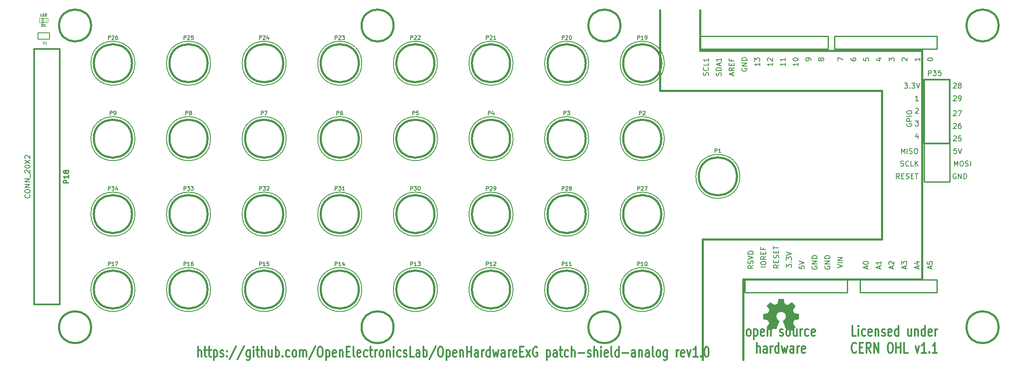
<source format=gto>
G04 #@! TF.GenerationSoftware,KiCad,Pcbnew,(2018-02-14 revision 6afdf1cf8)-makepkg*
G04 #@! TF.CreationDate,2018-02-15T17:48:32+13:00*
G04 #@! TF.ProjectId,patch-shield-analog,70617463682D736869656C642D616E61,rev?*
G04 #@! TF.SameCoordinates,Original*
G04 #@! TF.FileFunction,Legend,Top*
G04 #@! TF.FilePolarity,Positive*
%FSLAX46Y46*%
G04 Gerber Fmt 4.6, Leading zero omitted, Abs format (unit mm)*
G04 Created by KiCad (PCBNEW (2018-02-14 revision 6afdf1cf8)-makepkg) date 02/15/18 17:48:32*
%MOMM*%
%LPD*%
G01*
G04 APERTURE LIST*
%ADD10C,0.203200*%
%ADD11C,0.304800*%
%ADD12C,0.381000*%
%ADD13C,0.002540*%
%ADD14C,0.160020*%
%ADD15C,0.127000*%
%ADD16C,0.254000*%
%ADD17C,0.066040*%
%ADD18C,0.101600*%
%ADD19C,0.190500*%
%ADD20C,0.114300*%
G04 APERTURE END LIST*
D10*
X221724824Y-66540500D02*
X221773205Y-66492120D01*
X221869967Y-66443739D01*
X222111872Y-66443739D01*
X222208634Y-66492120D01*
X222257015Y-66540500D01*
X222305396Y-66637262D01*
X222305396Y-66734024D01*
X222257015Y-66879167D01*
X221676443Y-67459739D01*
X222305396Y-67459739D01*
X222789205Y-67459739D02*
X222982729Y-67459739D01*
X223079491Y-67411358D01*
X223127872Y-67362977D01*
X223224634Y-67217834D01*
X223273015Y-67024310D01*
X223273015Y-66637262D01*
X223224634Y-66540500D01*
X223176253Y-66492120D01*
X223079491Y-66443739D01*
X222885967Y-66443739D01*
X222789205Y-66492120D01*
X222740824Y-66540500D01*
X222692443Y-66637262D01*
X222692443Y-66879167D01*
X222740824Y-66975929D01*
X222789205Y-67024310D01*
X222885967Y-67072691D01*
X223079491Y-67072691D01*
X223176253Y-67024310D01*
X223224634Y-66975929D01*
X223273015Y-66879167D01*
X221724824Y-69540240D02*
X221773205Y-69491860D01*
X221869967Y-69443479D01*
X222111872Y-69443479D01*
X222208634Y-69491860D01*
X222257015Y-69540240D01*
X222305396Y-69637002D01*
X222305396Y-69733764D01*
X222257015Y-69878907D01*
X221676443Y-70459479D01*
X222305396Y-70459479D01*
X222644062Y-69443479D02*
X223321396Y-69443479D01*
X222885967Y-70459479D01*
X221724824Y-74541500D02*
X221773205Y-74493120D01*
X221869967Y-74444739D01*
X222111872Y-74444739D01*
X222208634Y-74493120D01*
X222257015Y-74541500D01*
X222305396Y-74638262D01*
X222305396Y-74735024D01*
X222257015Y-74880167D01*
X221676443Y-75460739D01*
X222305396Y-75460739D01*
X223224634Y-74444739D02*
X222740824Y-74444739D01*
X222692443Y-74928548D01*
X222740824Y-74880167D01*
X222837586Y-74831786D01*
X223079491Y-74831786D01*
X223176253Y-74880167D01*
X223224634Y-74928548D01*
X223273015Y-75025310D01*
X223273015Y-75267215D01*
X223224634Y-75363977D01*
X223176253Y-75412358D01*
X223079491Y-75460739D01*
X222837586Y-75460739D01*
X222740824Y-75412358D01*
X222692443Y-75363977D01*
X221724824Y-72039600D02*
X221773205Y-71991220D01*
X221869967Y-71942839D01*
X222111872Y-71942839D01*
X222208634Y-71991220D01*
X222257015Y-72039600D01*
X222305396Y-72136362D01*
X222305396Y-72233124D01*
X222257015Y-72378267D01*
X221676443Y-72958839D01*
X222305396Y-72958839D01*
X223176253Y-71942839D02*
X222982729Y-71942839D01*
X222885967Y-71991220D01*
X222837586Y-72039600D01*
X222740824Y-72184743D01*
X222692443Y-72378267D01*
X222692443Y-72765315D01*
X222740824Y-72862077D01*
X222789205Y-72910458D01*
X222885967Y-72958839D01*
X223079491Y-72958839D01*
X223176253Y-72910458D01*
X223224634Y-72862077D01*
X223273015Y-72765315D01*
X223273015Y-72523410D01*
X223224634Y-72426648D01*
X223176253Y-72378267D01*
X223079491Y-72329886D01*
X222885967Y-72329886D01*
X222789205Y-72378267D01*
X222740824Y-72426648D01*
X222692443Y-72523410D01*
X221724824Y-64041140D02*
X221773205Y-63992760D01*
X221869967Y-63944379D01*
X222111872Y-63944379D01*
X222208634Y-63992760D01*
X222257015Y-64041140D01*
X222305396Y-64137902D01*
X222305396Y-64234664D01*
X222257015Y-64379807D01*
X221676443Y-64960379D01*
X222305396Y-64960379D01*
X222885967Y-64379807D02*
X222789205Y-64331426D01*
X222740824Y-64283045D01*
X222692443Y-64186283D01*
X222692443Y-64137902D01*
X222740824Y-64041140D01*
X222789205Y-63992760D01*
X222885967Y-63944379D01*
X223079491Y-63944379D01*
X223176253Y-63992760D01*
X223224634Y-64041140D01*
X223273015Y-64137902D01*
X223273015Y-64186283D01*
X223224634Y-64283045D01*
X223176253Y-64331426D01*
X223079491Y-64379807D01*
X222885967Y-64379807D01*
X222789205Y-64428188D01*
X222740824Y-64476569D01*
X222692443Y-64573331D01*
X222692443Y-64766855D01*
X222740824Y-64863617D01*
X222789205Y-64911998D01*
X222885967Y-64960379D01*
X223079491Y-64960379D01*
X223176253Y-64911998D01*
X223224634Y-64863617D01*
X223273015Y-64766855D01*
X223273015Y-64573331D01*
X223224634Y-64476569D01*
X223176253Y-64428188D01*
X223079491Y-64379807D01*
X211999890Y-63944379D02*
X212628842Y-63944379D01*
X212290176Y-64331426D01*
X212435319Y-64331426D01*
X212532080Y-64379807D01*
X212580461Y-64428188D01*
X212628842Y-64524950D01*
X212628842Y-64766855D01*
X212580461Y-64863617D01*
X212532080Y-64911998D01*
X212435319Y-64960379D01*
X212145033Y-64960379D01*
X212048271Y-64911998D01*
X211999890Y-64863617D01*
X213064271Y-64863617D02*
X213112652Y-64911998D01*
X213064271Y-64960379D01*
X213015890Y-64911998D01*
X213064271Y-64863617D01*
X213064271Y-64960379D01*
X213451319Y-63944379D02*
X214080271Y-63944379D01*
X213741604Y-64331426D01*
X213886747Y-64331426D01*
X213983509Y-64379807D01*
X214031890Y-64428188D01*
X214080271Y-64524950D01*
X214080271Y-64766855D01*
X214031890Y-64863617D01*
X213983509Y-64911998D01*
X213886747Y-64960379D01*
X213596461Y-64960379D01*
X213499700Y-64911998D01*
X213451319Y-64863617D01*
X214370557Y-63944379D02*
X214709223Y-64960379D01*
X215047890Y-63944379D01*
X214161793Y-71442459D02*
X214790745Y-71442459D01*
X214452079Y-71829506D01*
X214597221Y-71829506D01*
X214693983Y-71877887D01*
X214742364Y-71926268D01*
X214790745Y-72023030D01*
X214790745Y-72264935D01*
X214742364Y-72361697D01*
X214693983Y-72410078D01*
X214597221Y-72458459D01*
X214306936Y-72458459D01*
X214210174Y-72410078D01*
X214161793Y-72361697D01*
X214693983Y-74283025D02*
X214693983Y-74960359D01*
X214452079Y-73895978D02*
X214210174Y-74621692D01*
X214839126Y-74621692D01*
X214210174Y-69039860D02*
X214258555Y-68991480D01*
X214355317Y-68943099D01*
X214597221Y-68943099D01*
X214693983Y-68991480D01*
X214742364Y-69039860D01*
X214790745Y-69136622D01*
X214790745Y-69233384D01*
X214742364Y-69378527D01*
X214161793Y-69959099D01*
X214790745Y-69959099D01*
X214790745Y-67459739D02*
X214210174Y-67459739D01*
X214500460Y-67459739D02*
X214500460Y-66443739D01*
X214403698Y-66588881D01*
X214306936Y-66685643D01*
X214210174Y-66734024D01*
X212491320Y-72016620D02*
X212442939Y-72113381D01*
X212442939Y-72258524D01*
X212491320Y-72403667D01*
X212588081Y-72500429D01*
X212684843Y-72548810D01*
X212878367Y-72597191D01*
X213023510Y-72597191D01*
X213217034Y-72548810D01*
X213313796Y-72500429D01*
X213410558Y-72403667D01*
X213458939Y-72258524D01*
X213458939Y-72161762D01*
X213410558Y-72016620D01*
X213362177Y-71968239D01*
X213023510Y-71968239D01*
X213023510Y-72161762D01*
X213458939Y-71532810D02*
X212442939Y-71532810D01*
X212442939Y-71145762D01*
X212491320Y-71049000D01*
X212539700Y-71000620D01*
X212636462Y-70952239D01*
X212781605Y-70952239D01*
X212878367Y-71000620D01*
X212926748Y-71049000D01*
X212975129Y-71145762D01*
X212975129Y-71532810D01*
X213458939Y-70516810D02*
X212442939Y-70516810D01*
X212442939Y-69839477D02*
X212442939Y-69645953D01*
X212491320Y-69549191D01*
X212588081Y-69452429D01*
X212781605Y-69404048D01*
X213120272Y-69404048D01*
X213313796Y-69452429D01*
X213410558Y-69549191D01*
X213458939Y-69645953D01*
X213458939Y-69839477D01*
X213410558Y-69936239D01*
X213313796Y-70033000D01*
X213120272Y-70081381D01*
X212781605Y-70081381D01*
X212588081Y-70033000D01*
X212491320Y-69936239D01*
X212442939Y-69839477D01*
D11*
X202379580Y-114243878D02*
X201653865Y-114243878D01*
X201653865Y-112211878D01*
X202887580Y-114243878D02*
X202887580Y-112889211D01*
X202887580Y-112211878D02*
X202815008Y-112308640D01*
X202887580Y-112405401D01*
X202960151Y-112308640D01*
X202887580Y-112211878D01*
X202887580Y-112405401D01*
X204266437Y-114147116D02*
X204121294Y-114243878D01*
X203831008Y-114243878D01*
X203685865Y-114147116D01*
X203613294Y-114050354D01*
X203540722Y-113856830D01*
X203540722Y-113276259D01*
X203613294Y-113082735D01*
X203685865Y-112985973D01*
X203831008Y-112889211D01*
X204121294Y-112889211D01*
X204266437Y-112985973D01*
X205500151Y-114147116D02*
X205355008Y-114243878D01*
X205064722Y-114243878D01*
X204919580Y-114147116D01*
X204847008Y-113953592D01*
X204847008Y-113179497D01*
X204919580Y-112985973D01*
X205064722Y-112889211D01*
X205355008Y-112889211D01*
X205500151Y-112985973D01*
X205572722Y-113179497D01*
X205572722Y-113373020D01*
X204847008Y-113566544D01*
X206225865Y-112889211D02*
X206225865Y-114243878D01*
X206225865Y-113082735D02*
X206298437Y-112985973D01*
X206443580Y-112889211D01*
X206661294Y-112889211D01*
X206806437Y-112985973D01*
X206879008Y-113179497D01*
X206879008Y-114243878D01*
X207532151Y-114147116D02*
X207677294Y-114243878D01*
X207967580Y-114243878D01*
X208112722Y-114147116D01*
X208185294Y-113953592D01*
X208185294Y-113856830D01*
X208112722Y-113663306D01*
X207967580Y-113566544D01*
X207749865Y-113566544D01*
X207604722Y-113469782D01*
X207532151Y-113276259D01*
X207532151Y-113179497D01*
X207604722Y-112985973D01*
X207749865Y-112889211D01*
X207967580Y-112889211D01*
X208112722Y-112985973D01*
X209419008Y-114147116D02*
X209273865Y-114243878D01*
X208983580Y-114243878D01*
X208838437Y-114147116D01*
X208765865Y-113953592D01*
X208765865Y-113179497D01*
X208838437Y-112985973D01*
X208983580Y-112889211D01*
X209273865Y-112889211D01*
X209419008Y-112985973D01*
X209491580Y-113179497D01*
X209491580Y-113373020D01*
X208765865Y-113566544D01*
X210797865Y-114243878D02*
X210797865Y-112211878D01*
X210797865Y-114147116D02*
X210652722Y-114243878D01*
X210362437Y-114243878D01*
X210217294Y-114147116D01*
X210144722Y-114050354D01*
X210072151Y-113856830D01*
X210072151Y-113276259D01*
X210144722Y-113082735D01*
X210217294Y-112985973D01*
X210362437Y-112889211D01*
X210652722Y-112889211D01*
X210797865Y-112985973D01*
X213337865Y-112889211D02*
X213337865Y-114243878D01*
X212684722Y-112889211D02*
X212684722Y-113953592D01*
X212757294Y-114147116D01*
X212902437Y-114243878D01*
X213120151Y-114243878D01*
X213265294Y-114147116D01*
X213337865Y-114050354D01*
X214063580Y-112889211D02*
X214063580Y-114243878D01*
X214063580Y-113082735D02*
X214136151Y-112985973D01*
X214281294Y-112889211D01*
X214499008Y-112889211D01*
X214644151Y-112985973D01*
X214716722Y-113179497D01*
X214716722Y-114243878D01*
X216095580Y-114243878D02*
X216095580Y-112211878D01*
X216095580Y-114147116D02*
X215950437Y-114243878D01*
X215660151Y-114243878D01*
X215515008Y-114147116D01*
X215442437Y-114050354D01*
X215369865Y-113856830D01*
X215369865Y-113276259D01*
X215442437Y-113082735D01*
X215515008Y-112985973D01*
X215660151Y-112889211D01*
X215950437Y-112889211D01*
X216095580Y-112985973D01*
X217401865Y-114147116D02*
X217256722Y-114243878D01*
X216966437Y-114243878D01*
X216821294Y-114147116D01*
X216748722Y-113953592D01*
X216748722Y-113179497D01*
X216821294Y-112985973D01*
X216966437Y-112889211D01*
X217256722Y-112889211D01*
X217401865Y-112985973D01*
X217474437Y-113179497D01*
X217474437Y-113373020D01*
X216748722Y-113566544D01*
X218127580Y-114243878D02*
X218127580Y-112889211D01*
X218127580Y-113276259D02*
X218200151Y-113082735D01*
X218272722Y-112985973D01*
X218417865Y-112889211D01*
X218563008Y-112889211D01*
X202452151Y-117403154D02*
X202379580Y-117499916D01*
X202161865Y-117596678D01*
X202016722Y-117596678D01*
X201799008Y-117499916D01*
X201653865Y-117306392D01*
X201581294Y-117112868D01*
X201508722Y-116725820D01*
X201508722Y-116435535D01*
X201581294Y-116048487D01*
X201653865Y-115854963D01*
X201799008Y-115661440D01*
X202016722Y-115564678D01*
X202161865Y-115564678D01*
X202379580Y-115661440D01*
X202452151Y-115758201D01*
X203105294Y-116532297D02*
X203613294Y-116532297D01*
X203831008Y-117596678D02*
X203105294Y-117596678D01*
X203105294Y-115564678D01*
X203831008Y-115564678D01*
X205355008Y-117596678D02*
X204847008Y-116629059D01*
X204484151Y-117596678D02*
X204484151Y-115564678D01*
X205064722Y-115564678D01*
X205209865Y-115661440D01*
X205282437Y-115758201D01*
X205355008Y-115951725D01*
X205355008Y-116242011D01*
X205282437Y-116435535D01*
X205209865Y-116532297D01*
X205064722Y-116629059D01*
X204484151Y-116629059D01*
X206008151Y-117596678D02*
X206008151Y-115564678D01*
X206879008Y-117596678D01*
X206879008Y-115564678D01*
X209056151Y-115564678D02*
X209346437Y-115564678D01*
X209491580Y-115661440D01*
X209636722Y-115854963D01*
X209709294Y-116242011D01*
X209709294Y-116919344D01*
X209636722Y-117306392D01*
X209491580Y-117499916D01*
X209346437Y-117596678D01*
X209056151Y-117596678D01*
X208911008Y-117499916D01*
X208765865Y-117306392D01*
X208693294Y-116919344D01*
X208693294Y-116242011D01*
X208765865Y-115854963D01*
X208911008Y-115661440D01*
X209056151Y-115564678D01*
X210362437Y-117596678D02*
X210362437Y-115564678D01*
X210362437Y-116532297D02*
X211233294Y-116532297D01*
X211233294Y-117596678D02*
X211233294Y-115564678D01*
X212684722Y-117596678D02*
X211959008Y-117596678D01*
X211959008Y-115564678D01*
X214208722Y-116242011D02*
X214571580Y-117596678D01*
X214934437Y-116242011D01*
X216313294Y-117596678D02*
X215442437Y-117596678D01*
X215877865Y-117596678D02*
X215877865Y-115564678D01*
X215732722Y-115854963D01*
X215587580Y-116048487D01*
X215442437Y-116145249D01*
X216966437Y-117403154D02*
X217039008Y-117499916D01*
X216966437Y-117596678D01*
X216893865Y-117499916D01*
X216966437Y-117403154D01*
X216966437Y-117596678D01*
X218490437Y-117596678D02*
X217619580Y-117596678D01*
X218055008Y-117596678D02*
X218055008Y-115564678D01*
X217909865Y-115854963D01*
X217764722Y-116048487D01*
X217619580Y-116145249D01*
X181005117Y-114243878D02*
X180859974Y-114147116D01*
X180787402Y-114050354D01*
X180714831Y-113856830D01*
X180714831Y-113276259D01*
X180787402Y-113082735D01*
X180859974Y-112985973D01*
X181005117Y-112889211D01*
X181222831Y-112889211D01*
X181367974Y-112985973D01*
X181440545Y-113082735D01*
X181513117Y-113276259D01*
X181513117Y-113856830D01*
X181440545Y-114050354D01*
X181367974Y-114147116D01*
X181222831Y-114243878D01*
X181005117Y-114243878D01*
X182166260Y-112889211D02*
X182166260Y-114921211D01*
X182166260Y-112985973D02*
X182311402Y-112889211D01*
X182601688Y-112889211D01*
X182746831Y-112985973D01*
X182819402Y-113082735D01*
X182891974Y-113276259D01*
X182891974Y-113856830D01*
X182819402Y-114050354D01*
X182746831Y-114147116D01*
X182601688Y-114243878D01*
X182311402Y-114243878D01*
X182166260Y-114147116D01*
X184125688Y-114147116D02*
X183980545Y-114243878D01*
X183690260Y-114243878D01*
X183545117Y-114147116D01*
X183472545Y-113953592D01*
X183472545Y-113179497D01*
X183545117Y-112985973D01*
X183690260Y-112889211D01*
X183980545Y-112889211D01*
X184125688Y-112985973D01*
X184198260Y-113179497D01*
X184198260Y-113373020D01*
X183472545Y-113566544D01*
X184851402Y-112889211D02*
X184851402Y-114243878D01*
X184851402Y-113082735D02*
X184923974Y-112985973D01*
X185069117Y-112889211D01*
X185286831Y-112889211D01*
X185431974Y-112985973D01*
X185504545Y-113179497D01*
X185504545Y-114243878D01*
X187318831Y-114147116D02*
X187463974Y-114243878D01*
X187754260Y-114243878D01*
X187899402Y-114147116D01*
X187971974Y-113953592D01*
X187971974Y-113856830D01*
X187899402Y-113663306D01*
X187754260Y-113566544D01*
X187536545Y-113566544D01*
X187391402Y-113469782D01*
X187318831Y-113276259D01*
X187318831Y-113179497D01*
X187391402Y-112985973D01*
X187536545Y-112889211D01*
X187754260Y-112889211D01*
X187899402Y-112985973D01*
X188842831Y-114243878D02*
X188697688Y-114147116D01*
X188625117Y-114050354D01*
X188552545Y-113856830D01*
X188552545Y-113276259D01*
X188625117Y-113082735D01*
X188697688Y-112985973D01*
X188842831Y-112889211D01*
X189060545Y-112889211D01*
X189205688Y-112985973D01*
X189278260Y-113082735D01*
X189350831Y-113276259D01*
X189350831Y-113856830D01*
X189278260Y-114050354D01*
X189205688Y-114147116D01*
X189060545Y-114243878D01*
X188842831Y-114243878D01*
X190657117Y-112889211D02*
X190657117Y-114243878D01*
X190003974Y-112889211D02*
X190003974Y-113953592D01*
X190076545Y-114147116D01*
X190221688Y-114243878D01*
X190439402Y-114243878D01*
X190584545Y-114147116D01*
X190657117Y-114050354D01*
X191382831Y-114243878D02*
X191382831Y-112889211D01*
X191382831Y-113276259D02*
X191455402Y-113082735D01*
X191527974Y-112985973D01*
X191673117Y-112889211D01*
X191818260Y-112889211D01*
X192979402Y-114147116D02*
X192834260Y-114243878D01*
X192543974Y-114243878D01*
X192398831Y-114147116D01*
X192326260Y-114050354D01*
X192253688Y-113856830D01*
X192253688Y-113276259D01*
X192326260Y-113082735D01*
X192398831Y-112985973D01*
X192543974Y-112889211D01*
X192834260Y-112889211D01*
X192979402Y-112985973D01*
X194213117Y-114147116D02*
X194067974Y-114243878D01*
X193777688Y-114243878D01*
X193632545Y-114147116D01*
X193559974Y-113953592D01*
X193559974Y-113179497D01*
X193632545Y-112985973D01*
X193777688Y-112889211D01*
X194067974Y-112889211D01*
X194213117Y-112985973D01*
X194285688Y-113179497D01*
X194285688Y-113373020D01*
X193559974Y-113566544D01*
X182710545Y-117596678D02*
X182710545Y-115564678D01*
X183363688Y-117596678D02*
X183363688Y-116532297D01*
X183291117Y-116338773D01*
X183145974Y-116242011D01*
X182928260Y-116242011D01*
X182783117Y-116338773D01*
X182710545Y-116435535D01*
X184742545Y-117596678D02*
X184742545Y-116532297D01*
X184669974Y-116338773D01*
X184524831Y-116242011D01*
X184234545Y-116242011D01*
X184089402Y-116338773D01*
X184742545Y-117499916D02*
X184597402Y-117596678D01*
X184234545Y-117596678D01*
X184089402Y-117499916D01*
X184016831Y-117306392D01*
X184016831Y-117112868D01*
X184089402Y-116919344D01*
X184234545Y-116822582D01*
X184597402Y-116822582D01*
X184742545Y-116725820D01*
X185468260Y-117596678D02*
X185468260Y-116242011D01*
X185468260Y-116629059D02*
X185540831Y-116435535D01*
X185613402Y-116338773D01*
X185758545Y-116242011D01*
X185903688Y-116242011D01*
X187064831Y-117596678D02*
X187064831Y-115564678D01*
X187064831Y-117499916D02*
X186919688Y-117596678D01*
X186629402Y-117596678D01*
X186484260Y-117499916D01*
X186411688Y-117403154D01*
X186339117Y-117209630D01*
X186339117Y-116629059D01*
X186411688Y-116435535D01*
X186484260Y-116338773D01*
X186629402Y-116242011D01*
X186919688Y-116242011D01*
X187064831Y-116338773D01*
X187645402Y-116242011D02*
X187935688Y-117596678D01*
X188225974Y-116629059D01*
X188516260Y-117596678D01*
X188806545Y-116242011D01*
X190040260Y-117596678D02*
X190040260Y-116532297D01*
X189967688Y-116338773D01*
X189822545Y-116242011D01*
X189532260Y-116242011D01*
X189387117Y-116338773D01*
X190040260Y-117499916D02*
X189895117Y-117596678D01*
X189532260Y-117596678D01*
X189387117Y-117499916D01*
X189314545Y-117306392D01*
X189314545Y-117112868D01*
X189387117Y-116919344D01*
X189532260Y-116822582D01*
X189895117Y-116822582D01*
X190040260Y-116725820D01*
X190765974Y-117596678D02*
X190765974Y-116242011D01*
X190765974Y-116629059D02*
X190838545Y-116435535D01*
X190911117Y-116338773D01*
X191056260Y-116242011D01*
X191201402Y-116242011D01*
X192289974Y-117499916D02*
X192144831Y-117596678D01*
X191854545Y-117596678D01*
X191709402Y-117499916D01*
X191636831Y-117306392D01*
X191636831Y-116532297D01*
X191709402Y-116338773D01*
X191854545Y-116242011D01*
X192144831Y-116242011D01*
X192289974Y-116338773D01*
X192362545Y-116532297D01*
X192362545Y-116725820D01*
X191636831Y-116919344D01*
X71880548Y-118419638D02*
X71880548Y-116387638D01*
X72533691Y-118419638D02*
X72533691Y-117355257D01*
X72461120Y-117161733D01*
X72315977Y-117064971D01*
X72098262Y-117064971D01*
X71953120Y-117161733D01*
X71880548Y-117258495D01*
X73041691Y-117064971D02*
X73622262Y-117064971D01*
X73259405Y-116387638D02*
X73259405Y-118129352D01*
X73331977Y-118322876D01*
X73477120Y-118419638D01*
X73622262Y-118419638D01*
X73912548Y-117064971D02*
X74493120Y-117064971D01*
X74130262Y-116387638D02*
X74130262Y-118129352D01*
X74202834Y-118322876D01*
X74347977Y-118419638D01*
X74493120Y-118419638D01*
X75001120Y-117064971D02*
X75001120Y-119096971D01*
X75001120Y-117161733D02*
X75146262Y-117064971D01*
X75436548Y-117064971D01*
X75581691Y-117161733D01*
X75654262Y-117258495D01*
X75726834Y-117452019D01*
X75726834Y-118032590D01*
X75654262Y-118226114D01*
X75581691Y-118322876D01*
X75436548Y-118419638D01*
X75146262Y-118419638D01*
X75001120Y-118322876D01*
X76307405Y-118322876D02*
X76452548Y-118419638D01*
X76742834Y-118419638D01*
X76887977Y-118322876D01*
X76960548Y-118129352D01*
X76960548Y-118032590D01*
X76887977Y-117839066D01*
X76742834Y-117742304D01*
X76525120Y-117742304D01*
X76379977Y-117645542D01*
X76307405Y-117452019D01*
X76307405Y-117355257D01*
X76379977Y-117161733D01*
X76525120Y-117064971D01*
X76742834Y-117064971D01*
X76887977Y-117161733D01*
X77613691Y-118226114D02*
X77686262Y-118322876D01*
X77613691Y-118419638D01*
X77541120Y-118322876D01*
X77613691Y-118226114D01*
X77613691Y-118419638D01*
X77613691Y-117161733D02*
X77686262Y-117258495D01*
X77613691Y-117355257D01*
X77541120Y-117258495D01*
X77613691Y-117161733D01*
X77613691Y-117355257D01*
X79427977Y-116290876D02*
X78121691Y-118903447D01*
X81024548Y-116290876D02*
X79718262Y-118903447D01*
X82185691Y-117064971D02*
X82185691Y-118709923D01*
X82113120Y-118903447D01*
X82040548Y-119000209D01*
X81895405Y-119096971D01*
X81677691Y-119096971D01*
X81532548Y-119000209D01*
X82185691Y-118322876D02*
X82040548Y-118419638D01*
X81750262Y-118419638D01*
X81605120Y-118322876D01*
X81532548Y-118226114D01*
X81459977Y-118032590D01*
X81459977Y-117452019D01*
X81532548Y-117258495D01*
X81605120Y-117161733D01*
X81750262Y-117064971D01*
X82040548Y-117064971D01*
X82185691Y-117161733D01*
X82911405Y-118419638D02*
X82911405Y-117064971D01*
X82911405Y-116387638D02*
X82838834Y-116484400D01*
X82911405Y-116581161D01*
X82983977Y-116484400D01*
X82911405Y-116387638D01*
X82911405Y-116581161D01*
X83419405Y-117064971D02*
X83999977Y-117064971D01*
X83637120Y-116387638D02*
X83637120Y-118129352D01*
X83709691Y-118322876D01*
X83854834Y-118419638D01*
X83999977Y-118419638D01*
X84507977Y-118419638D02*
X84507977Y-116387638D01*
X85161120Y-118419638D02*
X85161120Y-117355257D01*
X85088548Y-117161733D01*
X84943405Y-117064971D01*
X84725691Y-117064971D01*
X84580548Y-117161733D01*
X84507977Y-117258495D01*
X86539977Y-117064971D02*
X86539977Y-118419638D01*
X85886834Y-117064971D02*
X85886834Y-118129352D01*
X85959405Y-118322876D01*
X86104548Y-118419638D01*
X86322262Y-118419638D01*
X86467405Y-118322876D01*
X86539977Y-118226114D01*
X87265691Y-118419638D02*
X87265691Y-116387638D01*
X87265691Y-117161733D02*
X87410834Y-117064971D01*
X87701120Y-117064971D01*
X87846262Y-117161733D01*
X87918834Y-117258495D01*
X87991405Y-117452019D01*
X87991405Y-118032590D01*
X87918834Y-118226114D01*
X87846262Y-118322876D01*
X87701120Y-118419638D01*
X87410834Y-118419638D01*
X87265691Y-118322876D01*
X88644548Y-118226114D02*
X88717120Y-118322876D01*
X88644548Y-118419638D01*
X88571977Y-118322876D01*
X88644548Y-118226114D01*
X88644548Y-118419638D01*
X90023405Y-118322876D02*
X89878262Y-118419638D01*
X89587977Y-118419638D01*
X89442834Y-118322876D01*
X89370262Y-118226114D01*
X89297691Y-118032590D01*
X89297691Y-117452019D01*
X89370262Y-117258495D01*
X89442834Y-117161733D01*
X89587977Y-117064971D01*
X89878262Y-117064971D01*
X90023405Y-117161733D01*
X90894262Y-118419638D02*
X90749120Y-118322876D01*
X90676548Y-118226114D01*
X90603977Y-118032590D01*
X90603977Y-117452019D01*
X90676548Y-117258495D01*
X90749120Y-117161733D01*
X90894262Y-117064971D01*
X91111977Y-117064971D01*
X91257120Y-117161733D01*
X91329691Y-117258495D01*
X91402262Y-117452019D01*
X91402262Y-118032590D01*
X91329691Y-118226114D01*
X91257120Y-118322876D01*
X91111977Y-118419638D01*
X90894262Y-118419638D01*
X92055405Y-118419638D02*
X92055405Y-117064971D01*
X92055405Y-117258495D02*
X92127977Y-117161733D01*
X92273120Y-117064971D01*
X92490834Y-117064971D01*
X92635977Y-117161733D01*
X92708548Y-117355257D01*
X92708548Y-118419638D01*
X92708548Y-117355257D02*
X92781120Y-117161733D01*
X92926262Y-117064971D01*
X93143977Y-117064971D01*
X93289120Y-117161733D01*
X93361691Y-117355257D01*
X93361691Y-118419638D01*
X95175977Y-116290876D02*
X93869691Y-118903447D01*
X95974262Y-116387638D02*
X96264548Y-116387638D01*
X96409691Y-116484400D01*
X96554834Y-116677923D01*
X96627405Y-117064971D01*
X96627405Y-117742304D01*
X96554834Y-118129352D01*
X96409691Y-118322876D01*
X96264548Y-118419638D01*
X95974262Y-118419638D01*
X95829120Y-118322876D01*
X95683977Y-118129352D01*
X95611405Y-117742304D01*
X95611405Y-117064971D01*
X95683977Y-116677923D01*
X95829120Y-116484400D01*
X95974262Y-116387638D01*
X97280548Y-117064971D02*
X97280548Y-119096971D01*
X97280548Y-117161733D02*
X97425691Y-117064971D01*
X97715977Y-117064971D01*
X97861120Y-117161733D01*
X97933691Y-117258495D01*
X98006262Y-117452019D01*
X98006262Y-118032590D01*
X97933691Y-118226114D01*
X97861120Y-118322876D01*
X97715977Y-118419638D01*
X97425691Y-118419638D01*
X97280548Y-118322876D01*
X99239977Y-118322876D02*
X99094834Y-118419638D01*
X98804548Y-118419638D01*
X98659405Y-118322876D01*
X98586834Y-118129352D01*
X98586834Y-117355257D01*
X98659405Y-117161733D01*
X98804548Y-117064971D01*
X99094834Y-117064971D01*
X99239977Y-117161733D01*
X99312548Y-117355257D01*
X99312548Y-117548780D01*
X98586834Y-117742304D01*
X99965691Y-117064971D02*
X99965691Y-118419638D01*
X99965691Y-117258495D02*
X100038262Y-117161733D01*
X100183405Y-117064971D01*
X100401120Y-117064971D01*
X100546262Y-117161733D01*
X100618834Y-117355257D01*
X100618834Y-118419638D01*
X101344548Y-117355257D02*
X101852548Y-117355257D01*
X102070262Y-118419638D02*
X101344548Y-118419638D01*
X101344548Y-116387638D01*
X102070262Y-116387638D01*
X102941120Y-118419638D02*
X102795977Y-118322876D01*
X102723405Y-118129352D01*
X102723405Y-116387638D01*
X104102262Y-118322876D02*
X103957120Y-118419638D01*
X103666834Y-118419638D01*
X103521691Y-118322876D01*
X103449120Y-118129352D01*
X103449120Y-117355257D01*
X103521691Y-117161733D01*
X103666834Y-117064971D01*
X103957120Y-117064971D01*
X104102262Y-117161733D01*
X104174834Y-117355257D01*
X104174834Y-117548780D01*
X103449120Y-117742304D01*
X105481120Y-118322876D02*
X105335977Y-118419638D01*
X105045691Y-118419638D01*
X104900548Y-118322876D01*
X104827977Y-118226114D01*
X104755405Y-118032590D01*
X104755405Y-117452019D01*
X104827977Y-117258495D01*
X104900548Y-117161733D01*
X105045691Y-117064971D01*
X105335977Y-117064971D01*
X105481120Y-117161733D01*
X105916548Y-117064971D02*
X106497120Y-117064971D01*
X106134262Y-116387638D02*
X106134262Y-118129352D01*
X106206834Y-118322876D01*
X106351977Y-118419638D01*
X106497120Y-118419638D01*
X107005120Y-118419638D02*
X107005120Y-117064971D01*
X107005120Y-117452019D02*
X107077691Y-117258495D01*
X107150262Y-117161733D01*
X107295405Y-117064971D01*
X107440548Y-117064971D01*
X108166262Y-118419638D02*
X108021120Y-118322876D01*
X107948548Y-118226114D01*
X107875977Y-118032590D01*
X107875977Y-117452019D01*
X107948548Y-117258495D01*
X108021120Y-117161733D01*
X108166262Y-117064971D01*
X108383977Y-117064971D01*
X108529120Y-117161733D01*
X108601691Y-117258495D01*
X108674262Y-117452019D01*
X108674262Y-118032590D01*
X108601691Y-118226114D01*
X108529120Y-118322876D01*
X108383977Y-118419638D01*
X108166262Y-118419638D01*
X109327405Y-117064971D02*
X109327405Y-118419638D01*
X109327405Y-117258495D02*
X109399977Y-117161733D01*
X109545120Y-117064971D01*
X109762834Y-117064971D01*
X109907977Y-117161733D01*
X109980548Y-117355257D01*
X109980548Y-118419638D01*
X110706262Y-118419638D02*
X110706262Y-117064971D01*
X110706262Y-116387638D02*
X110633691Y-116484400D01*
X110706262Y-116581161D01*
X110778834Y-116484400D01*
X110706262Y-116387638D01*
X110706262Y-116581161D01*
X112085120Y-118322876D02*
X111939977Y-118419638D01*
X111649691Y-118419638D01*
X111504548Y-118322876D01*
X111431977Y-118226114D01*
X111359405Y-118032590D01*
X111359405Y-117452019D01*
X111431977Y-117258495D01*
X111504548Y-117161733D01*
X111649691Y-117064971D01*
X111939977Y-117064971D01*
X112085120Y-117161733D01*
X112665691Y-118322876D02*
X112810834Y-118419638D01*
X113101120Y-118419638D01*
X113246262Y-118322876D01*
X113318834Y-118129352D01*
X113318834Y-118032590D01*
X113246262Y-117839066D01*
X113101120Y-117742304D01*
X112883405Y-117742304D01*
X112738262Y-117645542D01*
X112665691Y-117452019D01*
X112665691Y-117355257D01*
X112738262Y-117161733D01*
X112883405Y-117064971D01*
X113101120Y-117064971D01*
X113246262Y-117161733D01*
X114697691Y-118419638D02*
X113971977Y-118419638D01*
X113971977Y-116387638D01*
X115858834Y-118419638D02*
X115858834Y-117355257D01*
X115786262Y-117161733D01*
X115641120Y-117064971D01*
X115350834Y-117064971D01*
X115205691Y-117161733D01*
X115858834Y-118322876D02*
X115713691Y-118419638D01*
X115350834Y-118419638D01*
X115205691Y-118322876D01*
X115133120Y-118129352D01*
X115133120Y-117935828D01*
X115205691Y-117742304D01*
X115350834Y-117645542D01*
X115713691Y-117645542D01*
X115858834Y-117548780D01*
X116584548Y-118419638D02*
X116584548Y-116387638D01*
X116584548Y-117161733D02*
X116729691Y-117064971D01*
X117019977Y-117064971D01*
X117165120Y-117161733D01*
X117237691Y-117258495D01*
X117310262Y-117452019D01*
X117310262Y-118032590D01*
X117237691Y-118226114D01*
X117165120Y-118322876D01*
X117019977Y-118419638D01*
X116729691Y-118419638D01*
X116584548Y-118322876D01*
X119051977Y-116290876D02*
X117745691Y-118903447D01*
X119850262Y-116387638D02*
X120140548Y-116387638D01*
X120285691Y-116484400D01*
X120430834Y-116677923D01*
X120503405Y-117064971D01*
X120503405Y-117742304D01*
X120430834Y-118129352D01*
X120285691Y-118322876D01*
X120140548Y-118419638D01*
X119850262Y-118419638D01*
X119705119Y-118322876D01*
X119559977Y-118129352D01*
X119487405Y-117742304D01*
X119487405Y-117064971D01*
X119559977Y-116677923D01*
X119705119Y-116484400D01*
X119850262Y-116387638D01*
X121156548Y-117064971D02*
X121156548Y-119096971D01*
X121156548Y-117161733D02*
X121301691Y-117064971D01*
X121591977Y-117064971D01*
X121737119Y-117161733D01*
X121809691Y-117258495D01*
X121882262Y-117452019D01*
X121882262Y-118032590D01*
X121809691Y-118226114D01*
X121737119Y-118322876D01*
X121591977Y-118419638D01*
X121301691Y-118419638D01*
X121156548Y-118322876D01*
X123115977Y-118322876D02*
X122970834Y-118419638D01*
X122680548Y-118419638D01*
X122535405Y-118322876D01*
X122462834Y-118129352D01*
X122462834Y-117355257D01*
X122535405Y-117161733D01*
X122680548Y-117064971D01*
X122970834Y-117064971D01*
X123115977Y-117161733D01*
X123188548Y-117355257D01*
X123188548Y-117548780D01*
X122462834Y-117742304D01*
X123841691Y-117064971D02*
X123841691Y-118419638D01*
X123841691Y-117258495D02*
X123914262Y-117161733D01*
X124059405Y-117064971D01*
X124277119Y-117064971D01*
X124422262Y-117161733D01*
X124494834Y-117355257D01*
X124494834Y-118419638D01*
X125220548Y-118419638D02*
X125220548Y-116387638D01*
X125220548Y-117355257D02*
X126091405Y-117355257D01*
X126091405Y-118419638D02*
X126091405Y-116387638D01*
X127470262Y-118419638D02*
X127470262Y-117355257D01*
X127397691Y-117161733D01*
X127252548Y-117064971D01*
X126962262Y-117064971D01*
X126817119Y-117161733D01*
X127470262Y-118322876D02*
X127325119Y-118419638D01*
X126962262Y-118419638D01*
X126817119Y-118322876D01*
X126744548Y-118129352D01*
X126744548Y-117935828D01*
X126817119Y-117742304D01*
X126962262Y-117645542D01*
X127325119Y-117645542D01*
X127470262Y-117548780D01*
X128195977Y-118419638D02*
X128195977Y-117064971D01*
X128195977Y-117452019D02*
X128268548Y-117258495D01*
X128341119Y-117161733D01*
X128486262Y-117064971D01*
X128631405Y-117064971D01*
X129792548Y-118419638D02*
X129792548Y-116387638D01*
X129792548Y-118322876D02*
X129647405Y-118419638D01*
X129357119Y-118419638D01*
X129211977Y-118322876D01*
X129139405Y-118226114D01*
X129066834Y-118032590D01*
X129066834Y-117452019D01*
X129139405Y-117258495D01*
X129211977Y-117161733D01*
X129357119Y-117064971D01*
X129647405Y-117064971D01*
X129792548Y-117161733D01*
X130373119Y-117064971D02*
X130663405Y-118419638D01*
X130953691Y-117452019D01*
X131243977Y-118419638D01*
X131534262Y-117064971D01*
X132767977Y-118419638D02*
X132767977Y-117355257D01*
X132695405Y-117161733D01*
X132550262Y-117064971D01*
X132259977Y-117064971D01*
X132114834Y-117161733D01*
X132767977Y-118322876D02*
X132622834Y-118419638D01*
X132259977Y-118419638D01*
X132114834Y-118322876D01*
X132042262Y-118129352D01*
X132042262Y-117935828D01*
X132114834Y-117742304D01*
X132259977Y-117645542D01*
X132622834Y-117645542D01*
X132767977Y-117548780D01*
X133493691Y-118419638D02*
X133493691Y-117064971D01*
X133493691Y-117452019D02*
X133566262Y-117258495D01*
X133638834Y-117161733D01*
X133783977Y-117064971D01*
X133929119Y-117064971D01*
X135017691Y-118322876D02*
X134872548Y-118419638D01*
X134582262Y-118419638D01*
X134437119Y-118322876D01*
X134364548Y-118129352D01*
X134364548Y-117355257D01*
X134437119Y-117161733D01*
X134582262Y-117064971D01*
X134872548Y-117064971D01*
X135017691Y-117161733D01*
X135090262Y-117355257D01*
X135090262Y-117548780D01*
X134364548Y-117742304D01*
X135743405Y-117355257D02*
X136251405Y-117355257D01*
X136469119Y-118419638D02*
X135743405Y-118419638D01*
X135743405Y-116387638D01*
X136469119Y-116387638D01*
X136977119Y-118419638D02*
X137775405Y-117064971D01*
X136977119Y-117064971D02*
X137775405Y-118419638D01*
X139154262Y-116484400D02*
X139009119Y-116387638D01*
X138791405Y-116387638D01*
X138573691Y-116484400D01*
X138428548Y-116677923D01*
X138355977Y-116871447D01*
X138283405Y-117258495D01*
X138283405Y-117548780D01*
X138355977Y-117935828D01*
X138428548Y-118129352D01*
X138573691Y-118322876D01*
X138791405Y-118419638D01*
X138936548Y-118419638D01*
X139154262Y-118322876D01*
X139226834Y-118226114D01*
X139226834Y-117548780D01*
X138936548Y-117548780D01*
X141041119Y-117064971D02*
X141041119Y-119096971D01*
X141041119Y-117161733D02*
X141186262Y-117064971D01*
X141476548Y-117064971D01*
X141621691Y-117161733D01*
X141694262Y-117258495D01*
X141766834Y-117452019D01*
X141766834Y-118032590D01*
X141694262Y-118226114D01*
X141621691Y-118322876D01*
X141476548Y-118419638D01*
X141186262Y-118419638D01*
X141041119Y-118322876D01*
X143073119Y-118419638D02*
X143073119Y-117355257D01*
X143000548Y-117161733D01*
X142855405Y-117064971D01*
X142565119Y-117064971D01*
X142419977Y-117161733D01*
X143073119Y-118322876D02*
X142927977Y-118419638D01*
X142565119Y-118419638D01*
X142419977Y-118322876D01*
X142347405Y-118129352D01*
X142347405Y-117935828D01*
X142419977Y-117742304D01*
X142565119Y-117645542D01*
X142927977Y-117645542D01*
X143073119Y-117548780D01*
X143581119Y-117064971D02*
X144161691Y-117064971D01*
X143798834Y-116387638D02*
X143798834Y-118129352D01*
X143871405Y-118322876D01*
X144016548Y-118419638D01*
X144161691Y-118419638D01*
X145322834Y-118322876D02*
X145177691Y-118419638D01*
X144887405Y-118419638D01*
X144742262Y-118322876D01*
X144669691Y-118226114D01*
X144597120Y-118032590D01*
X144597120Y-117452019D01*
X144669691Y-117258495D01*
X144742262Y-117161733D01*
X144887405Y-117064971D01*
X145177691Y-117064971D01*
X145322834Y-117161733D01*
X145975977Y-118419638D02*
X145975977Y-116387638D01*
X146629120Y-118419638D02*
X146629120Y-117355257D01*
X146556548Y-117161733D01*
X146411405Y-117064971D01*
X146193691Y-117064971D01*
X146048548Y-117161733D01*
X145975977Y-117258495D01*
X147354834Y-117645542D02*
X148515977Y-117645542D01*
X149169120Y-118322876D02*
X149314262Y-118419638D01*
X149604548Y-118419638D01*
X149749691Y-118322876D01*
X149822262Y-118129352D01*
X149822262Y-118032590D01*
X149749691Y-117839066D01*
X149604548Y-117742304D01*
X149386834Y-117742304D01*
X149241691Y-117645542D01*
X149169120Y-117452019D01*
X149169120Y-117355257D01*
X149241691Y-117161733D01*
X149386834Y-117064971D01*
X149604548Y-117064971D01*
X149749691Y-117161733D01*
X150475405Y-118419638D02*
X150475405Y-116387638D01*
X151128548Y-118419638D02*
X151128548Y-117355257D01*
X151055977Y-117161733D01*
X150910834Y-117064971D01*
X150693120Y-117064971D01*
X150547977Y-117161733D01*
X150475405Y-117258495D01*
X151854262Y-118419638D02*
X151854262Y-117064971D01*
X151854262Y-116387638D02*
X151781691Y-116484400D01*
X151854262Y-116581161D01*
X151926834Y-116484400D01*
X151854262Y-116387638D01*
X151854262Y-116581161D01*
X153160548Y-118322876D02*
X153015405Y-118419638D01*
X152725120Y-118419638D01*
X152579977Y-118322876D01*
X152507405Y-118129352D01*
X152507405Y-117355257D01*
X152579977Y-117161733D01*
X152725120Y-117064971D01*
X153015405Y-117064971D01*
X153160548Y-117161733D01*
X153233120Y-117355257D01*
X153233120Y-117548780D01*
X152507405Y-117742304D01*
X154103977Y-118419638D02*
X153958834Y-118322876D01*
X153886262Y-118129352D01*
X153886262Y-116387638D01*
X155337691Y-118419638D02*
X155337691Y-116387638D01*
X155337691Y-118322876D02*
X155192548Y-118419638D01*
X154902262Y-118419638D01*
X154757120Y-118322876D01*
X154684548Y-118226114D01*
X154611977Y-118032590D01*
X154611977Y-117452019D01*
X154684548Y-117258495D01*
X154757120Y-117161733D01*
X154902262Y-117064971D01*
X155192548Y-117064971D01*
X155337691Y-117161733D01*
X156063405Y-117645542D02*
X157224548Y-117645542D01*
X158603405Y-118419638D02*
X158603405Y-117355257D01*
X158530834Y-117161733D01*
X158385691Y-117064971D01*
X158095405Y-117064971D01*
X157950262Y-117161733D01*
X158603405Y-118322876D02*
X158458262Y-118419638D01*
X158095405Y-118419638D01*
X157950262Y-118322876D01*
X157877691Y-118129352D01*
X157877691Y-117935828D01*
X157950262Y-117742304D01*
X158095405Y-117645542D01*
X158458262Y-117645542D01*
X158603405Y-117548780D01*
X159329120Y-117064971D02*
X159329120Y-118419638D01*
X159329120Y-117258495D02*
X159401691Y-117161733D01*
X159546834Y-117064971D01*
X159764548Y-117064971D01*
X159909691Y-117161733D01*
X159982262Y-117355257D01*
X159982262Y-118419638D01*
X161361120Y-118419638D02*
X161361120Y-117355257D01*
X161288548Y-117161733D01*
X161143405Y-117064971D01*
X160853120Y-117064971D01*
X160707977Y-117161733D01*
X161361120Y-118322876D02*
X161215977Y-118419638D01*
X160853120Y-118419638D01*
X160707977Y-118322876D01*
X160635405Y-118129352D01*
X160635405Y-117935828D01*
X160707977Y-117742304D01*
X160853120Y-117645542D01*
X161215977Y-117645542D01*
X161361120Y-117548780D01*
X162304548Y-118419638D02*
X162159405Y-118322876D01*
X162086834Y-118129352D01*
X162086834Y-116387638D01*
X163102834Y-118419638D02*
X162957691Y-118322876D01*
X162885120Y-118226114D01*
X162812548Y-118032590D01*
X162812548Y-117452019D01*
X162885120Y-117258495D01*
X162957691Y-117161733D01*
X163102834Y-117064971D01*
X163320548Y-117064971D01*
X163465691Y-117161733D01*
X163538262Y-117258495D01*
X163610834Y-117452019D01*
X163610834Y-118032590D01*
X163538262Y-118226114D01*
X163465691Y-118322876D01*
X163320548Y-118419638D01*
X163102834Y-118419638D01*
X164917120Y-117064971D02*
X164917120Y-118709923D01*
X164844548Y-118903447D01*
X164771977Y-119000209D01*
X164626834Y-119096971D01*
X164409120Y-119096971D01*
X164263977Y-119000209D01*
X164917120Y-118322876D02*
X164771977Y-118419638D01*
X164481691Y-118419638D01*
X164336548Y-118322876D01*
X164263977Y-118226114D01*
X164191405Y-118032590D01*
X164191405Y-117452019D01*
X164263977Y-117258495D01*
X164336548Y-117161733D01*
X164481691Y-117064971D01*
X164771977Y-117064971D01*
X164917120Y-117161733D01*
X166803977Y-118419638D02*
X166803977Y-117064971D01*
X166803977Y-117452019D02*
X166876548Y-117258495D01*
X166949120Y-117161733D01*
X167094262Y-117064971D01*
X167239405Y-117064971D01*
X168327977Y-118322876D02*
X168182834Y-118419638D01*
X167892548Y-118419638D01*
X167747405Y-118322876D01*
X167674834Y-118129352D01*
X167674834Y-117355257D01*
X167747405Y-117161733D01*
X167892548Y-117064971D01*
X168182834Y-117064971D01*
X168327977Y-117161733D01*
X168400548Y-117355257D01*
X168400548Y-117548780D01*
X167674834Y-117742304D01*
X168908548Y-117064971D02*
X169271405Y-118419638D01*
X169634262Y-117064971D01*
X171013120Y-118419638D02*
X170142262Y-118419638D01*
X170577691Y-118419638D02*
X170577691Y-116387638D01*
X170432548Y-116677923D01*
X170287405Y-116871447D01*
X170142262Y-116968209D01*
X171666262Y-118226114D02*
X171738834Y-118322876D01*
X171666262Y-118419638D01*
X171593691Y-118322876D01*
X171666262Y-118226114D01*
X171666262Y-118419638D01*
X172682262Y-116387638D02*
X172827405Y-116387638D01*
X172972548Y-116484400D01*
X173045120Y-116581161D01*
X173117691Y-116774685D01*
X173190262Y-117161733D01*
X173190262Y-117645542D01*
X173117691Y-118032590D01*
X173045120Y-118226114D01*
X172972548Y-118322876D01*
X172827405Y-118419638D01*
X172682262Y-118419638D01*
X172537120Y-118322876D01*
X172464548Y-118226114D01*
X172391977Y-118032590D01*
X172319405Y-117645542D01*
X172319405Y-117161733D01*
X172391977Y-116774685D01*
X172464548Y-116581161D01*
X172537120Y-116484400D01*
X172682262Y-116387638D01*
D12*
X179999640Y-102999540D02*
X179999640Y-118999000D01*
X172001180Y-95001080D02*
X172001180Y-118999000D01*
X171500800Y-55001160D02*
X171500800Y-49499520D01*
X163499800Y-55001160D02*
X163499800Y-49499520D01*
X207500220Y-95001080D02*
X172001180Y-95001080D01*
X207500220Y-65498980D02*
X207500220Y-95001080D01*
X163499800Y-65498980D02*
X207500220Y-65498980D01*
X163499800Y-55001160D02*
X163499800Y-65498980D01*
X215501220Y-102999540D02*
X179999640Y-102999540D01*
X215501220Y-57500520D02*
X215501220Y-102999540D01*
X171500800Y-57500520D02*
X215501220Y-57500520D01*
X171500800Y-55001160D02*
X171500800Y-57500520D01*
D13*
G36*
X185379360Y-113144300D02*
X185414920Y-113123980D01*
X185498740Y-113073180D01*
X185615580Y-112996980D01*
X185752740Y-112903000D01*
X185892440Y-112809020D01*
X186004200Y-112732820D01*
X186085480Y-112682020D01*
X186118500Y-112664240D01*
X186136280Y-112669320D01*
X186202320Y-112702340D01*
X186298840Y-112750600D01*
X186352180Y-112781080D01*
X186441080Y-112819180D01*
X186484260Y-112826800D01*
X186491880Y-112814100D01*
X186524900Y-112745520D01*
X186575700Y-112631220D01*
X186641740Y-112481360D01*
X186715400Y-112303560D01*
X186796680Y-112110520D01*
X186877960Y-111914940D01*
X186956700Y-111729520D01*
X187025280Y-111561880D01*
X187078620Y-111424720D01*
X187116720Y-111330740D01*
X187129420Y-111290100D01*
X187124340Y-111282480D01*
X187081160Y-111239300D01*
X187004960Y-111180880D01*
X186839860Y-111046260D01*
X186674760Y-110843060D01*
X186575700Y-110611920D01*
X186542680Y-110352840D01*
X186570620Y-110114080D01*
X186664600Y-109885480D01*
X186824620Y-109679740D01*
X187017660Y-109527340D01*
X187246260Y-109428280D01*
X187500260Y-109397800D01*
X187744100Y-109425740D01*
X187977780Y-109517180D01*
X188183520Y-109674660D01*
X188272420Y-109776260D01*
X188391800Y-109984540D01*
X188460380Y-110208060D01*
X188468000Y-110263940D01*
X188457840Y-110510320D01*
X188384180Y-110746540D01*
X188254640Y-110957360D01*
X188074300Y-111130080D01*
X188051440Y-111145320D01*
X187967620Y-111208820D01*
X187911740Y-111252000D01*
X187868560Y-111287560D01*
X188180980Y-112039400D01*
X188231780Y-112161320D01*
X188318140Y-112367060D01*
X188394340Y-112544860D01*
X188452760Y-112684560D01*
X188495940Y-112778540D01*
X188513720Y-112816640D01*
X188516260Y-112819180D01*
X188544200Y-112824260D01*
X188600080Y-112803940D01*
X188706760Y-112753140D01*
X188775340Y-112717580D01*
X188856620Y-112676940D01*
X188892180Y-112664240D01*
X188922660Y-112679480D01*
X188998860Y-112730280D01*
X189110620Y-112803940D01*
X189245240Y-112895380D01*
X189374780Y-112984280D01*
X189491620Y-113060480D01*
X189577980Y-113116360D01*
X189618620Y-113139220D01*
X189626240Y-113139220D01*
X189664340Y-113118900D01*
X189730380Y-113060480D01*
X189834520Y-112963960D01*
X189979300Y-112821720D01*
X190002160Y-112798860D01*
X190121540Y-112676940D01*
X190218060Y-112575340D01*
X190281560Y-112504220D01*
X190306960Y-112471200D01*
X190284100Y-112430560D01*
X190230760Y-112344200D01*
X190152020Y-112224820D01*
X190055500Y-112085120D01*
X189806580Y-111721900D01*
X189943740Y-111379000D01*
X189986920Y-111274860D01*
X190040260Y-111147860D01*
X190078360Y-111056420D01*
X190098680Y-111018320D01*
X190136780Y-111003080D01*
X190230760Y-110982760D01*
X190365380Y-110954820D01*
X190527940Y-110924340D01*
X190682880Y-110893860D01*
X190822580Y-110868460D01*
X190921640Y-110848140D01*
X190967360Y-110840520D01*
X190977520Y-110832900D01*
X190987680Y-110812580D01*
X190992760Y-110764320D01*
X190997840Y-110680500D01*
X190997840Y-110545880D01*
X190997840Y-110352840D01*
X190997840Y-110332520D01*
X190997840Y-110147100D01*
X190992760Y-110002320D01*
X190987680Y-109905800D01*
X190982600Y-109867700D01*
X190939420Y-109857540D01*
X190840360Y-109837220D01*
X190700660Y-109809280D01*
X190535560Y-109778800D01*
X190525400Y-109776260D01*
X190357760Y-109743240D01*
X190220600Y-109715300D01*
X190124080Y-109692440D01*
X190080900Y-109679740D01*
X190073280Y-109669580D01*
X190040260Y-109603540D01*
X189992000Y-109501940D01*
X189938660Y-109374940D01*
X189882780Y-109245400D01*
X189837060Y-109128560D01*
X189806580Y-109042200D01*
X189796420Y-109001560D01*
X189821820Y-108960920D01*
X189877700Y-108877100D01*
X189958980Y-108757720D01*
X190055500Y-108615480D01*
X190063120Y-108605320D01*
X190157100Y-108465620D01*
X190235840Y-108346240D01*
X190286640Y-108262420D01*
X190306960Y-108224320D01*
X190304420Y-108221780D01*
X190273940Y-108181140D01*
X190202820Y-108099860D01*
X190101220Y-107993180D01*
X189976760Y-107871260D01*
X189938660Y-107833160D01*
X189804040Y-107698540D01*
X189707520Y-107612180D01*
X189649100Y-107566460D01*
X189621160Y-107556300D01*
X189577980Y-107581700D01*
X189489080Y-107640120D01*
X189369700Y-107721400D01*
X189227460Y-107817920D01*
X189217300Y-107823000D01*
X189077600Y-107919520D01*
X188960760Y-107998260D01*
X188879480Y-108054140D01*
X188843920Y-108074460D01*
X188836300Y-108074460D01*
X188780420Y-108059220D01*
X188681360Y-108023660D01*
X188556900Y-107975400D01*
X188427360Y-107924600D01*
X188310520Y-107873800D01*
X188221620Y-107833160D01*
X188180980Y-107810300D01*
X188178440Y-107807760D01*
X188165740Y-107756960D01*
X188140340Y-107652820D01*
X188109860Y-107508040D01*
X188079380Y-107337860D01*
X188074300Y-107309920D01*
X188041280Y-107144820D01*
X188015880Y-107005120D01*
X187995560Y-106911140D01*
X187985400Y-106870500D01*
X187962540Y-106865420D01*
X187881260Y-106860340D01*
X187756800Y-106857800D01*
X187604400Y-106855260D01*
X187446920Y-106855260D01*
X187291980Y-106860340D01*
X187159900Y-106865420D01*
X187065920Y-106870500D01*
X187027820Y-106878120D01*
X187025280Y-106880660D01*
X187010040Y-106931460D01*
X186987180Y-107038140D01*
X186959240Y-107182920D01*
X186926220Y-107353100D01*
X186921140Y-107383580D01*
X186888120Y-107551220D01*
X186860180Y-107688380D01*
X186839860Y-107779820D01*
X186829700Y-107817920D01*
X186814460Y-107825540D01*
X186745880Y-107856020D01*
X186634120Y-107901740D01*
X186496960Y-107957620D01*
X186176920Y-108087160D01*
X185783220Y-107817920D01*
X185747660Y-107795060D01*
X185605420Y-107698540D01*
X185491120Y-107619800D01*
X185409840Y-107569000D01*
X185376820Y-107548680D01*
X185374280Y-107551220D01*
X185333640Y-107584240D01*
X185254900Y-107657900D01*
X185150760Y-107762040D01*
X185026300Y-107883960D01*
X184934860Y-107975400D01*
X184825640Y-108087160D01*
X184757060Y-108160820D01*
X184721500Y-108209080D01*
X184706260Y-108237020D01*
X184711340Y-108254800D01*
X184736740Y-108295440D01*
X184792620Y-108381800D01*
X184873900Y-108501180D01*
X184970420Y-108640880D01*
X185049160Y-108757720D01*
X185132980Y-108889800D01*
X185188860Y-108983780D01*
X185209180Y-109029500D01*
X185204100Y-109047280D01*
X185176160Y-109126020D01*
X185130440Y-109240320D01*
X185069480Y-109380020D01*
X184934860Y-109689900D01*
X184729120Y-109730540D01*
X184607200Y-109753400D01*
X184434480Y-109786420D01*
X184269380Y-109819440D01*
X184010300Y-109867700D01*
X184000140Y-110815120D01*
X184040780Y-110832900D01*
X184078880Y-110843060D01*
X184175400Y-110863380D01*
X184312560Y-110891320D01*
X184472580Y-110921800D01*
X184609740Y-110947200D01*
X184746900Y-110975140D01*
X184845960Y-110992920D01*
X184891680Y-111003080D01*
X184901840Y-111018320D01*
X184937400Y-111084360D01*
X184985660Y-111191040D01*
X185041540Y-111318040D01*
X185097420Y-111452660D01*
X185145680Y-111574580D01*
X185178700Y-111668560D01*
X185191400Y-111716820D01*
X185173620Y-111752380D01*
X185120280Y-111833660D01*
X185044080Y-111950500D01*
X184950100Y-112087660D01*
X184856120Y-112224820D01*
X184777380Y-112341660D01*
X184721500Y-112425480D01*
X184698640Y-112463580D01*
X184711340Y-112491520D01*
X184764680Y-112557560D01*
X184868820Y-112664240D01*
X185023760Y-112816640D01*
X185049160Y-112842040D01*
X185171080Y-112958880D01*
X185275220Y-113055400D01*
X185346340Y-113118900D01*
X185379360Y-113144300D01*
X185379360Y-113144300D01*
G37*
X185379360Y-113144300D02*
X185414920Y-113123980D01*
X185498740Y-113073180D01*
X185615580Y-112996980D01*
X185752740Y-112903000D01*
X185892440Y-112809020D01*
X186004200Y-112732820D01*
X186085480Y-112682020D01*
X186118500Y-112664240D01*
X186136280Y-112669320D01*
X186202320Y-112702340D01*
X186298840Y-112750600D01*
X186352180Y-112781080D01*
X186441080Y-112819180D01*
X186484260Y-112826800D01*
X186491880Y-112814100D01*
X186524900Y-112745520D01*
X186575700Y-112631220D01*
X186641740Y-112481360D01*
X186715400Y-112303560D01*
X186796680Y-112110520D01*
X186877960Y-111914940D01*
X186956700Y-111729520D01*
X187025280Y-111561880D01*
X187078620Y-111424720D01*
X187116720Y-111330740D01*
X187129420Y-111290100D01*
X187124340Y-111282480D01*
X187081160Y-111239300D01*
X187004960Y-111180880D01*
X186839860Y-111046260D01*
X186674760Y-110843060D01*
X186575700Y-110611920D01*
X186542680Y-110352840D01*
X186570620Y-110114080D01*
X186664600Y-109885480D01*
X186824620Y-109679740D01*
X187017660Y-109527340D01*
X187246260Y-109428280D01*
X187500260Y-109397800D01*
X187744100Y-109425740D01*
X187977780Y-109517180D01*
X188183520Y-109674660D01*
X188272420Y-109776260D01*
X188391800Y-109984540D01*
X188460380Y-110208060D01*
X188468000Y-110263940D01*
X188457840Y-110510320D01*
X188384180Y-110746540D01*
X188254640Y-110957360D01*
X188074300Y-111130080D01*
X188051440Y-111145320D01*
X187967620Y-111208820D01*
X187911740Y-111252000D01*
X187868560Y-111287560D01*
X188180980Y-112039400D01*
X188231780Y-112161320D01*
X188318140Y-112367060D01*
X188394340Y-112544860D01*
X188452760Y-112684560D01*
X188495940Y-112778540D01*
X188513720Y-112816640D01*
X188516260Y-112819180D01*
X188544200Y-112824260D01*
X188600080Y-112803940D01*
X188706760Y-112753140D01*
X188775340Y-112717580D01*
X188856620Y-112676940D01*
X188892180Y-112664240D01*
X188922660Y-112679480D01*
X188998860Y-112730280D01*
X189110620Y-112803940D01*
X189245240Y-112895380D01*
X189374780Y-112984280D01*
X189491620Y-113060480D01*
X189577980Y-113116360D01*
X189618620Y-113139220D01*
X189626240Y-113139220D01*
X189664340Y-113118900D01*
X189730380Y-113060480D01*
X189834520Y-112963960D01*
X189979300Y-112821720D01*
X190002160Y-112798860D01*
X190121540Y-112676940D01*
X190218060Y-112575340D01*
X190281560Y-112504220D01*
X190306960Y-112471200D01*
X190284100Y-112430560D01*
X190230760Y-112344200D01*
X190152020Y-112224820D01*
X190055500Y-112085120D01*
X189806580Y-111721900D01*
X189943740Y-111379000D01*
X189986920Y-111274860D01*
X190040260Y-111147860D01*
X190078360Y-111056420D01*
X190098680Y-111018320D01*
X190136780Y-111003080D01*
X190230760Y-110982760D01*
X190365380Y-110954820D01*
X190527940Y-110924340D01*
X190682880Y-110893860D01*
X190822580Y-110868460D01*
X190921640Y-110848140D01*
X190967360Y-110840520D01*
X190977520Y-110832900D01*
X190987680Y-110812580D01*
X190992760Y-110764320D01*
X190997840Y-110680500D01*
X190997840Y-110545880D01*
X190997840Y-110352840D01*
X190997840Y-110332520D01*
X190997840Y-110147100D01*
X190992760Y-110002320D01*
X190987680Y-109905800D01*
X190982600Y-109867700D01*
X190939420Y-109857540D01*
X190840360Y-109837220D01*
X190700660Y-109809280D01*
X190535560Y-109778800D01*
X190525400Y-109776260D01*
X190357760Y-109743240D01*
X190220600Y-109715300D01*
X190124080Y-109692440D01*
X190080900Y-109679740D01*
X190073280Y-109669580D01*
X190040260Y-109603540D01*
X189992000Y-109501940D01*
X189938660Y-109374940D01*
X189882780Y-109245400D01*
X189837060Y-109128560D01*
X189806580Y-109042200D01*
X189796420Y-109001560D01*
X189821820Y-108960920D01*
X189877700Y-108877100D01*
X189958980Y-108757720D01*
X190055500Y-108615480D01*
X190063120Y-108605320D01*
X190157100Y-108465620D01*
X190235840Y-108346240D01*
X190286640Y-108262420D01*
X190306960Y-108224320D01*
X190304420Y-108221780D01*
X190273940Y-108181140D01*
X190202820Y-108099860D01*
X190101220Y-107993180D01*
X189976760Y-107871260D01*
X189938660Y-107833160D01*
X189804040Y-107698540D01*
X189707520Y-107612180D01*
X189649100Y-107566460D01*
X189621160Y-107556300D01*
X189577980Y-107581700D01*
X189489080Y-107640120D01*
X189369700Y-107721400D01*
X189227460Y-107817920D01*
X189217300Y-107823000D01*
X189077600Y-107919520D01*
X188960760Y-107998260D01*
X188879480Y-108054140D01*
X188843920Y-108074460D01*
X188836300Y-108074460D01*
X188780420Y-108059220D01*
X188681360Y-108023660D01*
X188556900Y-107975400D01*
X188427360Y-107924600D01*
X188310520Y-107873800D01*
X188221620Y-107833160D01*
X188180980Y-107810300D01*
X188178440Y-107807760D01*
X188165740Y-107756960D01*
X188140340Y-107652820D01*
X188109860Y-107508040D01*
X188079380Y-107337860D01*
X188074300Y-107309920D01*
X188041280Y-107144820D01*
X188015880Y-107005120D01*
X187995560Y-106911140D01*
X187985400Y-106870500D01*
X187962540Y-106865420D01*
X187881260Y-106860340D01*
X187756800Y-106857800D01*
X187604400Y-106855260D01*
X187446920Y-106855260D01*
X187291980Y-106860340D01*
X187159900Y-106865420D01*
X187065920Y-106870500D01*
X187027820Y-106878120D01*
X187025280Y-106880660D01*
X187010040Y-106931460D01*
X186987180Y-107038140D01*
X186959240Y-107182920D01*
X186926220Y-107353100D01*
X186921140Y-107383580D01*
X186888120Y-107551220D01*
X186860180Y-107688380D01*
X186839860Y-107779820D01*
X186829700Y-107817920D01*
X186814460Y-107825540D01*
X186745880Y-107856020D01*
X186634120Y-107901740D01*
X186496960Y-107957620D01*
X186176920Y-108087160D01*
X185783220Y-107817920D01*
X185747660Y-107795060D01*
X185605420Y-107698540D01*
X185491120Y-107619800D01*
X185409840Y-107569000D01*
X185376820Y-107548680D01*
X185374280Y-107551220D01*
X185333640Y-107584240D01*
X185254900Y-107657900D01*
X185150760Y-107762040D01*
X185026300Y-107883960D01*
X184934860Y-107975400D01*
X184825640Y-108087160D01*
X184757060Y-108160820D01*
X184721500Y-108209080D01*
X184706260Y-108237020D01*
X184711340Y-108254800D01*
X184736740Y-108295440D01*
X184792620Y-108381800D01*
X184873900Y-108501180D01*
X184970420Y-108640880D01*
X185049160Y-108757720D01*
X185132980Y-108889800D01*
X185188860Y-108983780D01*
X185209180Y-109029500D01*
X185204100Y-109047280D01*
X185176160Y-109126020D01*
X185130440Y-109240320D01*
X185069480Y-109380020D01*
X184934860Y-109689900D01*
X184729120Y-109730540D01*
X184607200Y-109753400D01*
X184434480Y-109786420D01*
X184269380Y-109819440D01*
X184010300Y-109867700D01*
X184000140Y-110815120D01*
X184040780Y-110832900D01*
X184078880Y-110843060D01*
X184175400Y-110863380D01*
X184312560Y-110891320D01*
X184472580Y-110921800D01*
X184609740Y-110947200D01*
X184746900Y-110975140D01*
X184845960Y-110992920D01*
X184891680Y-111003080D01*
X184901840Y-111018320D01*
X184937400Y-111084360D01*
X184985660Y-111191040D01*
X185041540Y-111318040D01*
X185097420Y-111452660D01*
X185145680Y-111574580D01*
X185178700Y-111668560D01*
X185191400Y-111716820D01*
X185173620Y-111752380D01*
X185120280Y-111833660D01*
X185044080Y-111950500D01*
X184950100Y-112087660D01*
X184856120Y-112224820D01*
X184777380Y-112341660D01*
X184721500Y-112425480D01*
X184698640Y-112463580D01*
X184711340Y-112491520D01*
X184764680Y-112557560D01*
X184868820Y-112664240D01*
X185023760Y-112816640D01*
X185049160Y-112842040D01*
X185171080Y-112958880D01*
X185275220Y-113055400D01*
X185346340Y-113118900D01*
X185379360Y-113144300D01*
D14*
X164365352Y-89999820D02*
G75*
G03X164365352Y-89999820I-4365672J0D01*
G01*
D12*
X163781965Y-89999820D02*
G75*
G03X163781965Y-89999820I-3782285J0D01*
G01*
D14*
X164365352Y-59999880D02*
G75*
G03X164365352Y-59999880I-4365672J0D01*
G01*
D12*
X163781965Y-59999880D02*
G75*
G03X163781965Y-59999880I-3782285J0D01*
G01*
D14*
X149366652Y-59999880D02*
G75*
G03X149366652Y-59999880I-4365672J0D01*
G01*
D12*
X148783265Y-59999880D02*
G75*
G03X148783265Y-59999880I-3782285J0D01*
G01*
D14*
X134365412Y-59999880D02*
G75*
G03X134365412Y-59999880I-4365672J0D01*
G01*
D12*
X133782025Y-59999880D02*
G75*
G03X133782025Y-59999880I-3782285J0D01*
G01*
D14*
X119366712Y-59999880D02*
G75*
G03X119366712Y-59999880I-4365672J0D01*
G01*
D12*
X118783325Y-59999880D02*
G75*
G03X118783325Y-59999880I-3782285J0D01*
G01*
D14*
X104365472Y-59999880D02*
G75*
G03X104365472Y-59999880I-4365672J0D01*
G01*
D12*
X103782085Y-59999880D02*
G75*
G03X103782085Y-59999880I-3782285J0D01*
G01*
D14*
X89366772Y-59999880D02*
G75*
G03X89366772Y-59999880I-4365672J0D01*
G01*
D12*
X88783385Y-59999880D02*
G75*
G03X88783385Y-59999880I-3782285J0D01*
G01*
D14*
X74365532Y-59999880D02*
G75*
G03X74365532Y-59999880I-4365672J0D01*
G01*
D12*
X73782145Y-59999880D02*
G75*
G03X73782145Y-59999880I-3782285J0D01*
G01*
D14*
X59366832Y-59999880D02*
G75*
G03X59366832Y-59999880I-4365672J0D01*
G01*
D12*
X58783445Y-59999880D02*
G75*
G03X58783445Y-59999880I-3782285J0D01*
G01*
D14*
X59366832Y-105001060D02*
G75*
G03X59366832Y-105001060I-4365672J0D01*
G01*
D12*
X58783445Y-105001060D02*
G75*
G03X58783445Y-105001060I-3782285J0D01*
G01*
D14*
X149366652Y-89999820D02*
G75*
G03X149366652Y-89999820I-4365672J0D01*
G01*
D12*
X148783265Y-89999820D02*
G75*
G03X148783265Y-89999820I-3782285J0D01*
G01*
D14*
X134365412Y-89999820D02*
G75*
G03X134365412Y-89999820I-4365672J0D01*
G01*
D12*
X133782025Y-89999820D02*
G75*
G03X133782025Y-89999820I-3782285J0D01*
G01*
D14*
X119366712Y-89999820D02*
G75*
G03X119366712Y-89999820I-4365672J0D01*
G01*
D12*
X118783325Y-89999820D02*
G75*
G03X118783325Y-89999820I-3782285J0D01*
G01*
D14*
X104365472Y-89999820D02*
G75*
G03X104365472Y-89999820I-4365672J0D01*
G01*
D12*
X103782085Y-89999820D02*
G75*
G03X103782085Y-89999820I-3782285J0D01*
G01*
D14*
X89366772Y-89999820D02*
G75*
G03X89366772Y-89999820I-4365672J0D01*
G01*
D12*
X88783385Y-89999820D02*
G75*
G03X88783385Y-89999820I-3782285J0D01*
G01*
D14*
X74365532Y-89999820D02*
G75*
G03X74365532Y-89999820I-4365672J0D01*
G01*
D12*
X73782145Y-89999820D02*
G75*
G03X73782145Y-89999820I-3782285J0D01*
G01*
D14*
X59366832Y-89999820D02*
G75*
G03X59366832Y-89999820I-4365672J0D01*
G01*
D12*
X58783445Y-89999820D02*
G75*
G03X58783445Y-89999820I-3782285J0D01*
G01*
D14*
X59366832Y-75001120D02*
G75*
G03X59366832Y-75001120I-4365672J0D01*
G01*
D12*
X58783445Y-75001120D02*
G75*
G03X58783445Y-75001120I-3782285J0D01*
G01*
D14*
X179366592Y-82499200D02*
G75*
G03X179366592Y-82499200I-4365672J0D01*
G01*
D12*
X178783205Y-82499200D02*
G75*
G03X178783205Y-82499200I-3782285J0D01*
G01*
D14*
X164365352Y-75001120D02*
G75*
G03X164365352Y-75001120I-4365672J0D01*
G01*
D12*
X163781965Y-75001120D02*
G75*
G03X163781965Y-75001120I-3782285J0D01*
G01*
D14*
X149366652Y-75001120D02*
G75*
G03X149366652Y-75001120I-4365672J0D01*
G01*
D12*
X148783265Y-75001120D02*
G75*
G03X148783265Y-75001120I-3782285J0D01*
G01*
D14*
X134365412Y-75001120D02*
G75*
G03X134365412Y-75001120I-4365672J0D01*
G01*
D12*
X133782025Y-75001120D02*
G75*
G03X133782025Y-75001120I-3782285J0D01*
G01*
D14*
X119366712Y-75001120D02*
G75*
G03X119366712Y-75001120I-4365672J0D01*
G01*
D12*
X118783325Y-75001120D02*
G75*
G03X118783325Y-75001120I-3782285J0D01*
G01*
D14*
X104365472Y-75001120D02*
G75*
G03X104365472Y-75001120I-4365672J0D01*
G01*
D12*
X103782085Y-75001120D02*
G75*
G03X103782085Y-75001120I-3782285J0D01*
G01*
D14*
X89366772Y-75001120D02*
G75*
G03X89366772Y-75001120I-4365672J0D01*
G01*
D12*
X88783385Y-75001120D02*
G75*
G03X88783385Y-75001120I-3782285J0D01*
G01*
D14*
X74365532Y-75001120D02*
G75*
G03X74365532Y-75001120I-4365672J0D01*
G01*
D12*
X73782145Y-75001120D02*
G75*
G03X73782145Y-75001120I-3782285J0D01*
G01*
D14*
X164365352Y-105001060D02*
G75*
G03X164365352Y-105001060I-4365672J0D01*
G01*
D12*
X163781965Y-105001060D02*
G75*
G03X163781965Y-105001060I-3782285J0D01*
G01*
D14*
X149366652Y-105001060D02*
G75*
G03X149366652Y-105001060I-4365672J0D01*
G01*
D12*
X148783265Y-105001060D02*
G75*
G03X148783265Y-105001060I-3782285J0D01*
G01*
D14*
X134365412Y-105001060D02*
G75*
G03X134365412Y-105001060I-4365672J0D01*
G01*
D12*
X133782025Y-105001060D02*
G75*
G03X133782025Y-105001060I-3782285J0D01*
G01*
D14*
X119366712Y-105001060D02*
G75*
G03X119366712Y-105001060I-4365672J0D01*
G01*
D12*
X118783325Y-105001060D02*
G75*
G03X118783325Y-105001060I-3782285J0D01*
G01*
D14*
X104365472Y-105001060D02*
G75*
G03X104365472Y-105001060I-4365672J0D01*
G01*
D12*
X103782085Y-105001060D02*
G75*
G03X103782085Y-105001060I-3782285J0D01*
G01*
D14*
X89366772Y-105001060D02*
G75*
G03X89366772Y-105001060I-4365672J0D01*
G01*
D12*
X88783385Y-105001060D02*
G75*
G03X88783385Y-105001060I-3782285J0D01*
G01*
D14*
X74365532Y-105001060D02*
G75*
G03X74365532Y-105001060I-4365672J0D01*
G01*
D12*
X73782145Y-105001060D02*
G75*
G03X73782145Y-105001060I-3782285J0D01*
G01*
D15*
X40132000Y-53975000D02*
X42418000Y-53975000D01*
X42418000Y-53975000D02*
X42418000Y-55245000D01*
X42418000Y-55245000D02*
X40132000Y-55245000D01*
X40132000Y-55245000D02*
X40132000Y-53975000D01*
D11*
X39370000Y-107950000D02*
X39370000Y-57150000D01*
X44450000Y-107950000D02*
X44450000Y-57150000D01*
X44450000Y-107950000D02*
X39370000Y-107950000D01*
X44450000Y-57150000D02*
X39370000Y-57150000D01*
D16*
X215925400Y-75946000D02*
X221005400Y-75946000D01*
X221005400Y-75946000D02*
X221005400Y-83566000D01*
X221005400Y-83566000D02*
X215925400Y-83566000D01*
X215925400Y-83566000D02*
X215925400Y-75946000D01*
X203174600Y-104343200D02*
X203174600Y-105613200D01*
X203174600Y-105613200D02*
X218414600Y-105613200D01*
X218414600Y-105613200D02*
X218414600Y-103073200D01*
X218414600Y-103073200D02*
X203174600Y-103073200D01*
X203174600Y-103073200D02*
X203174600Y-104343200D01*
X200634600Y-103073200D02*
X200634600Y-105613200D01*
X200634600Y-105613200D02*
X180314600Y-105613200D01*
X180314600Y-105613200D02*
X180314600Y-103073200D01*
X180314600Y-103073200D02*
X200634600Y-103073200D01*
X196850000Y-55880000D02*
X196850000Y-57150000D01*
X196850000Y-57150000D02*
X171450000Y-57150000D01*
X171450000Y-57150000D02*
X171450000Y-54610000D01*
X171450000Y-54610000D02*
X196850000Y-54610000D01*
X196850000Y-54610000D02*
X196850000Y-55880000D01*
X218460320Y-55880000D02*
X218460320Y-57150000D01*
X218460320Y-57150000D02*
X198140320Y-57150000D01*
X198140320Y-57150000D02*
X198140320Y-54610000D01*
X198140320Y-54610000D02*
X218460320Y-54610000D01*
X218460320Y-54610000D02*
X218460320Y-55930800D01*
D11*
X215925400Y-75946000D02*
X215925400Y-63246000D01*
X215925400Y-63246000D02*
X221005400Y-63246000D01*
X221005400Y-63246000D02*
X221005400Y-75946000D01*
X221005400Y-75946000D02*
X215925400Y-75946000D01*
D12*
X50675540Y-52499260D02*
G75*
G03X50675540Y-52499260I-3175000J0D01*
G01*
X50675540Y-112499140D02*
G75*
G03X50675540Y-112499140I-3175000J0D01*
G01*
X155674060Y-52499260D02*
G75*
G03X155674060Y-52499260I-3175000J0D01*
G01*
X155674060Y-112499140D02*
G75*
G03X155674060Y-112499140I-3175000J0D01*
G01*
X230675180Y-52499260D02*
G75*
G03X230675180Y-52499260I-3175000J0D01*
G01*
X230675180Y-112499140D02*
G75*
G03X230675180Y-112499140I-3175000J0D01*
G01*
X110675420Y-52499260D02*
G75*
G03X110675420Y-52499260I-3175000J0D01*
G01*
X110675420Y-112499140D02*
G75*
G03X110675420Y-112499140I-3175000J0D01*
G01*
D17*
X40825420Y-51884580D02*
X40825420Y-50985420D01*
X40825420Y-50985420D02*
X40426640Y-50985420D01*
X40426640Y-51884580D02*
X40426640Y-50985420D01*
X40825420Y-51884580D02*
X40426640Y-51884580D01*
X42123360Y-51884580D02*
X42123360Y-50985420D01*
X42123360Y-50985420D02*
X41724580Y-50985420D01*
X41724580Y-51884580D02*
X41724580Y-50985420D01*
X42123360Y-51884580D02*
X41724580Y-51884580D01*
X41275000Y-51884580D02*
X41275000Y-51734720D01*
X41275000Y-51734720D02*
X40975280Y-51734720D01*
X40975280Y-51884580D02*
X40975280Y-51734720D01*
X41275000Y-51884580D02*
X40975280Y-51884580D01*
X41275000Y-51135280D02*
X41275000Y-50985420D01*
X41275000Y-50985420D02*
X40975280Y-50985420D01*
X40975280Y-51135280D02*
X40975280Y-50985420D01*
X41275000Y-51135280D02*
X40975280Y-51135280D01*
X41275000Y-51584860D02*
X41275000Y-51285140D01*
X41275000Y-51285140D02*
X40975280Y-51285140D01*
X40975280Y-51584860D02*
X40975280Y-51285140D01*
X41275000Y-51584860D02*
X40975280Y-51584860D01*
D18*
X40825420Y-51833780D02*
X41724580Y-51833780D01*
X40825420Y-51036220D02*
X41724580Y-51036220D01*
D19*
X159074394Y-85264534D02*
X159074394Y-84502534D01*
X159364680Y-84502534D01*
X159437251Y-84538820D01*
X159473537Y-84575105D01*
X159509822Y-84647677D01*
X159509822Y-84756534D01*
X159473537Y-84829105D01*
X159437251Y-84865391D01*
X159364680Y-84901677D01*
X159074394Y-84901677D01*
X159800108Y-84575105D02*
X159836394Y-84538820D01*
X159908965Y-84502534D01*
X160090394Y-84502534D01*
X160162965Y-84538820D01*
X160199251Y-84575105D01*
X160235537Y-84647677D01*
X160235537Y-84720248D01*
X160199251Y-84829105D01*
X159763822Y-85264534D01*
X160235537Y-85264534D01*
X160489537Y-84502534D02*
X160997537Y-84502534D01*
X160670965Y-85264534D01*
X159074394Y-55264594D02*
X159074394Y-54502594D01*
X159364680Y-54502594D01*
X159437251Y-54538880D01*
X159473537Y-54575165D01*
X159509822Y-54647737D01*
X159509822Y-54756594D01*
X159473537Y-54829165D01*
X159437251Y-54865451D01*
X159364680Y-54901737D01*
X159074394Y-54901737D01*
X160235537Y-55264594D02*
X159800108Y-55264594D01*
X160017822Y-55264594D02*
X160017822Y-54502594D01*
X159945251Y-54611451D01*
X159872680Y-54684022D01*
X159800108Y-54720308D01*
X160598394Y-55264594D02*
X160743537Y-55264594D01*
X160816108Y-55228308D01*
X160852394Y-55192022D01*
X160924965Y-55083165D01*
X160961251Y-54938022D01*
X160961251Y-54647737D01*
X160924965Y-54575165D01*
X160888680Y-54538880D01*
X160816108Y-54502594D01*
X160670965Y-54502594D01*
X160598394Y-54538880D01*
X160562108Y-54575165D01*
X160525822Y-54647737D01*
X160525822Y-54829165D01*
X160562108Y-54901737D01*
X160598394Y-54938022D01*
X160670965Y-54974308D01*
X160816108Y-54974308D01*
X160888680Y-54938022D01*
X160924965Y-54901737D01*
X160961251Y-54829165D01*
X144075694Y-55264594D02*
X144075694Y-54502594D01*
X144365980Y-54502594D01*
X144438551Y-54538880D01*
X144474837Y-54575165D01*
X144511122Y-54647737D01*
X144511122Y-54756594D01*
X144474837Y-54829165D01*
X144438551Y-54865451D01*
X144365980Y-54901737D01*
X144075694Y-54901737D01*
X144801408Y-54575165D02*
X144837694Y-54538880D01*
X144910265Y-54502594D01*
X145091694Y-54502594D01*
X145164265Y-54538880D01*
X145200551Y-54575165D01*
X145236837Y-54647737D01*
X145236837Y-54720308D01*
X145200551Y-54829165D01*
X144765122Y-55264594D01*
X145236837Y-55264594D01*
X145708551Y-54502594D02*
X145781122Y-54502594D01*
X145853694Y-54538880D01*
X145889980Y-54575165D01*
X145926265Y-54647737D01*
X145962551Y-54792880D01*
X145962551Y-54974308D01*
X145926265Y-55119451D01*
X145889980Y-55192022D01*
X145853694Y-55228308D01*
X145781122Y-55264594D01*
X145708551Y-55264594D01*
X145635980Y-55228308D01*
X145599694Y-55192022D01*
X145563408Y-55119451D01*
X145527122Y-54974308D01*
X145527122Y-54792880D01*
X145563408Y-54647737D01*
X145599694Y-54575165D01*
X145635980Y-54538880D01*
X145708551Y-54502594D01*
X129074454Y-55264594D02*
X129074454Y-54502594D01*
X129364740Y-54502594D01*
X129437311Y-54538880D01*
X129473597Y-54575165D01*
X129509882Y-54647737D01*
X129509882Y-54756594D01*
X129473597Y-54829165D01*
X129437311Y-54865451D01*
X129364740Y-54901737D01*
X129074454Y-54901737D01*
X129800168Y-54575165D02*
X129836454Y-54538880D01*
X129909025Y-54502594D01*
X130090454Y-54502594D01*
X130163025Y-54538880D01*
X130199311Y-54575165D01*
X130235597Y-54647737D01*
X130235597Y-54720308D01*
X130199311Y-54829165D01*
X129763882Y-55264594D01*
X130235597Y-55264594D01*
X130961311Y-55264594D02*
X130525882Y-55264594D01*
X130743597Y-55264594D02*
X130743597Y-54502594D01*
X130671025Y-54611451D01*
X130598454Y-54684022D01*
X130525882Y-54720308D01*
X114075754Y-55264594D02*
X114075754Y-54502594D01*
X114366040Y-54502594D01*
X114438611Y-54538880D01*
X114474897Y-54575165D01*
X114511182Y-54647737D01*
X114511182Y-54756594D01*
X114474897Y-54829165D01*
X114438611Y-54865451D01*
X114366040Y-54901737D01*
X114075754Y-54901737D01*
X114801468Y-54575165D02*
X114837754Y-54538880D01*
X114910325Y-54502594D01*
X115091754Y-54502594D01*
X115164325Y-54538880D01*
X115200611Y-54575165D01*
X115236897Y-54647737D01*
X115236897Y-54720308D01*
X115200611Y-54829165D01*
X114765182Y-55264594D01*
X115236897Y-55264594D01*
X115527182Y-54575165D02*
X115563468Y-54538880D01*
X115636040Y-54502594D01*
X115817468Y-54502594D01*
X115890040Y-54538880D01*
X115926325Y-54575165D01*
X115962611Y-54647737D01*
X115962611Y-54720308D01*
X115926325Y-54829165D01*
X115490897Y-55264594D01*
X115962611Y-55264594D01*
X99074514Y-55264594D02*
X99074514Y-54502594D01*
X99364800Y-54502594D01*
X99437371Y-54538880D01*
X99473657Y-54575165D01*
X99509942Y-54647737D01*
X99509942Y-54756594D01*
X99473657Y-54829165D01*
X99437371Y-54865451D01*
X99364800Y-54901737D01*
X99074514Y-54901737D01*
X99800228Y-54575165D02*
X99836514Y-54538880D01*
X99909085Y-54502594D01*
X100090514Y-54502594D01*
X100163085Y-54538880D01*
X100199371Y-54575165D01*
X100235657Y-54647737D01*
X100235657Y-54720308D01*
X100199371Y-54829165D01*
X99763942Y-55264594D01*
X100235657Y-55264594D01*
X100489657Y-54502594D02*
X100961371Y-54502594D01*
X100707371Y-54792880D01*
X100816228Y-54792880D01*
X100888800Y-54829165D01*
X100925085Y-54865451D01*
X100961371Y-54938022D01*
X100961371Y-55119451D01*
X100925085Y-55192022D01*
X100888800Y-55228308D01*
X100816228Y-55264594D01*
X100598514Y-55264594D01*
X100525942Y-55228308D01*
X100489657Y-55192022D01*
X84075814Y-55264594D02*
X84075814Y-54502594D01*
X84366100Y-54502594D01*
X84438671Y-54538880D01*
X84474957Y-54575165D01*
X84511242Y-54647737D01*
X84511242Y-54756594D01*
X84474957Y-54829165D01*
X84438671Y-54865451D01*
X84366100Y-54901737D01*
X84075814Y-54901737D01*
X84801528Y-54575165D02*
X84837814Y-54538880D01*
X84910385Y-54502594D01*
X85091814Y-54502594D01*
X85164385Y-54538880D01*
X85200671Y-54575165D01*
X85236957Y-54647737D01*
X85236957Y-54720308D01*
X85200671Y-54829165D01*
X84765242Y-55264594D01*
X85236957Y-55264594D01*
X85890100Y-54756594D02*
X85890100Y-55264594D01*
X85708671Y-54466308D02*
X85527242Y-55010594D01*
X85998957Y-55010594D01*
X69074574Y-55264594D02*
X69074574Y-54502594D01*
X69364860Y-54502594D01*
X69437431Y-54538880D01*
X69473717Y-54575165D01*
X69510002Y-54647737D01*
X69510002Y-54756594D01*
X69473717Y-54829165D01*
X69437431Y-54865451D01*
X69364860Y-54901737D01*
X69074574Y-54901737D01*
X69800288Y-54575165D02*
X69836574Y-54538880D01*
X69909145Y-54502594D01*
X70090574Y-54502594D01*
X70163145Y-54538880D01*
X70199431Y-54575165D01*
X70235717Y-54647737D01*
X70235717Y-54720308D01*
X70199431Y-54829165D01*
X69764002Y-55264594D01*
X70235717Y-55264594D01*
X70925145Y-54502594D02*
X70562288Y-54502594D01*
X70526002Y-54865451D01*
X70562288Y-54829165D01*
X70634860Y-54792880D01*
X70816288Y-54792880D01*
X70888860Y-54829165D01*
X70925145Y-54865451D01*
X70961431Y-54938022D01*
X70961431Y-55119451D01*
X70925145Y-55192022D01*
X70888860Y-55228308D01*
X70816288Y-55264594D01*
X70634860Y-55264594D01*
X70562288Y-55228308D01*
X70526002Y-55192022D01*
X54075874Y-55264594D02*
X54075874Y-54502594D01*
X54366160Y-54502594D01*
X54438731Y-54538880D01*
X54475017Y-54575165D01*
X54511302Y-54647737D01*
X54511302Y-54756594D01*
X54475017Y-54829165D01*
X54438731Y-54865451D01*
X54366160Y-54901737D01*
X54075874Y-54901737D01*
X54801588Y-54575165D02*
X54837874Y-54538880D01*
X54910445Y-54502594D01*
X55091874Y-54502594D01*
X55164445Y-54538880D01*
X55200731Y-54575165D01*
X55237017Y-54647737D01*
X55237017Y-54720308D01*
X55200731Y-54829165D01*
X54765302Y-55264594D01*
X55237017Y-55264594D01*
X55890160Y-54502594D02*
X55745017Y-54502594D01*
X55672445Y-54538880D01*
X55636160Y-54575165D01*
X55563588Y-54684022D01*
X55527302Y-54829165D01*
X55527302Y-55119451D01*
X55563588Y-55192022D01*
X55599874Y-55228308D01*
X55672445Y-55264594D01*
X55817588Y-55264594D01*
X55890160Y-55228308D01*
X55926445Y-55192022D01*
X55962731Y-55119451D01*
X55962731Y-54938022D01*
X55926445Y-54865451D01*
X55890160Y-54829165D01*
X55817588Y-54792880D01*
X55672445Y-54792880D01*
X55599874Y-54829165D01*
X55563588Y-54865451D01*
X55527302Y-54938022D01*
X54075874Y-100265774D02*
X54075874Y-99503774D01*
X54366160Y-99503774D01*
X54438731Y-99540060D01*
X54475017Y-99576345D01*
X54511302Y-99648917D01*
X54511302Y-99757774D01*
X54475017Y-99830345D01*
X54438731Y-99866631D01*
X54366160Y-99902917D01*
X54075874Y-99902917D01*
X55237017Y-100265774D02*
X54801588Y-100265774D01*
X55019302Y-100265774D02*
X55019302Y-99503774D01*
X54946731Y-99612631D01*
X54874160Y-99685202D01*
X54801588Y-99721488D01*
X55491017Y-99503774D02*
X55999017Y-99503774D01*
X55672445Y-100265774D01*
X144075694Y-85264534D02*
X144075694Y-84502534D01*
X144365980Y-84502534D01*
X144438551Y-84538820D01*
X144474837Y-84575105D01*
X144511122Y-84647677D01*
X144511122Y-84756534D01*
X144474837Y-84829105D01*
X144438551Y-84865391D01*
X144365980Y-84901677D01*
X144075694Y-84901677D01*
X144801408Y-84575105D02*
X144837694Y-84538820D01*
X144910265Y-84502534D01*
X145091694Y-84502534D01*
X145164265Y-84538820D01*
X145200551Y-84575105D01*
X145236837Y-84647677D01*
X145236837Y-84720248D01*
X145200551Y-84829105D01*
X144765122Y-85264534D01*
X145236837Y-85264534D01*
X145672265Y-84829105D02*
X145599694Y-84792820D01*
X145563408Y-84756534D01*
X145527122Y-84683962D01*
X145527122Y-84647677D01*
X145563408Y-84575105D01*
X145599694Y-84538820D01*
X145672265Y-84502534D01*
X145817408Y-84502534D01*
X145889980Y-84538820D01*
X145926265Y-84575105D01*
X145962551Y-84647677D01*
X145962551Y-84683962D01*
X145926265Y-84756534D01*
X145889980Y-84792820D01*
X145817408Y-84829105D01*
X145672265Y-84829105D01*
X145599694Y-84865391D01*
X145563408Y-84901677D01*
X145527122Y-84974248D01*
X145527122Y-85119391D01*
X145563408Y-85191962D01*
X145599694Y-85228248D01*
X145672265Y-85264534D01*
X145817408Y-85264534D01*
X145889980Y-85228248D01*
X145926265Y-85191962D01*
X145962551Y-85119391D01*
X145962551Y-84974248D01*
X145926265Y-84901677D01*
X145889980Y-84865391D01*
X145817408Y-84829105D01*
X129074454Y-85264534D02*
X129074454Y-84502534D01*
X129364740Y-84502534D01*
X129437311Y-84538820D01*
X129473597Y-84575105D01*
X129509882Y-84647677D01*
X129509882Y-84756534D01*
X129473597Y-84829105D01*
X129437311Y-84865391D01*
X129364740Y-84901677D01*
X129074454Y-84901677D01*
X129800168Y-84575105D02*
X129836454Y-84538820D01*
X129909025Y-84502534D01*
X130090454Y-84502534D01*
X130163025Y-84538820D01*
X130199311Y-84575105D01*
X130235597Y-84647677D01*
X130235597Y-84720248D01*
X130199311Y-84829105D01*
X129763882Y-85264534D01*
X130235597Y-85264534D01*
X130598454Y-85264534D02*
X130743597Y-85264534D01*
X130816168Y-85228248D01*
X130852454Y-85191962D01*
X130925025Y-85083105D01*
X130961311Y-84937962D01*
X130961311Y-84647677D01*
X130925025Y-84575105D01*
X130888740Y-84538820D01*
X130816168Y-84502534D01*
X130671025Y-84502534D01*
X130598454Y-84538820D01*
X130562168Y-84575105D01*
X130525882Y-84647677D01*
X130525882Y-84829105D01*
X130562168Y-84901677D01*
X130598454Y-84937962D01*
X130671025Y-84974248D01*
X130816168Y-84974248D01*
X130888740Y-84937962D01*
X130925025Y-84901677D01*
X130961311Y-84829105D01*
X114075754Y-85264534D02*
X114075754Y-84502534D01*
X114366040Y-84502534D01*
X114438611Y-84538820D01*
X114474897Y-84575105D01*
X114511182Y-84647677D01*
X114511182Y-84756534D01*
X114474897Y-84829105D01*
X114438611Y-84865391D01*
X114366040Y-84901677D01*
X114075754Y-84901677D01*
X114765182Y-84502534D02*
X115236897Y-84502534D01*
X114982897Y-84792820D01*
X115091754Y-84792820D01*
X115164325Y-84829105D01*
X115200611Y-84865391D01*
X115236897Y-84937962D01*
X115236897Y-85119391D01*
X115200611Y-85191962D01*
X115164325Y-85228248D01*
X115091754Y-85264534D01*
X114874040Y-85264534D01*
X114801468Y-85228248D01*
X114765182Y-85191962D01*
X115708611Y-84502534D02*
X115781182Y-84502534D01*
X115853754Y-84538820D01*
X115890040Y-84575105D01*
X115926325Y-84647677D01*
X115962611Y-84792820D01*
X115962611Y-84974248D01*
X115926325Y-85119391D01*
X115890040Y-85191962D01*
X115853754Y-85228248D01*
X115781182Y-85264534D01*
X115708611Y-85264534D01*
X115636040Y-85228248D01*
X115599754Y-85191962D01*
X115563468Y-85119391D01*
X115527182Y-84974248D01*
X115527182Y-84792820D01*
X115563468Y-84647677D01*
X115599754Y-84575105D01*
X115636040Y-84538820D01*
X115708611Y-84502534D01*
X99074514Y-85264534D02*
X99074514Y-84502534D01*
X99364800Y-84502534D01*
X99437371Y-84538820D01*
X99473657Y-84575105D01*
X99509942Y-84647677D01*
X99509942Y-84756534D01*
X99473657Y-84829105D01*
X99437371Y-84865391D01*
X99364800Y-84901677D01*
X99074514Y-84901677D01*
X99763942Y-84502534D02*
X100235657Y-84502534D01*
X99981657Y-84792820D01*
X100090514Y-84792820D01*
X100163085Y-84829105D01*
X100199371Y-84865391D01*
X100235657Y-84937962D01*
X100235657Y-85119391D01*
X100199371Y-85191962D01*
X100163085Y-85228248D01*
X100090514Y-85264534D01*
X99872800Y-85264534D01*
X99800228Y-85228248D01*
X99763942Y-85191962D01*
X100961371Y-85264534D02*
X100525942Y-85264534D01*
X100743657Y-85264534D02*
X100743657Y-84502534D01*
X100671085Y-84611391D01*
X100598514Y-84683962D01*
X100525942Y-84720248D01*
X84075814Y-85264534D02*
X84075814Y-84502534D01*
X84366100Y-84502534D01*
X84438671Y-84538820D01*
X84474957Y-84575105D01*
X84511242Y-84647677D01*
X84511242Y-84756534D01*
X84474957Y-84829105D01*
X84438671Y-84865391D01*
X84366100Y-84901677D01*
X84075814Y-84901677D01*
X84765242Y-84502534D02*
X85236957Y-84502534D01*
X84982957Y-84792820D01*
X85091814Y-84792820D01*
X85164385Y-84829105D01*
X85200671Y-84865391D01*
X85236957Y-84937962D01*
X85236957Y-85119391D01*
X85200671Y-85191962D01*
X85164385Y-85228248D01*
X85091814Y-85264534D01*
X84874100Y-85264534D01*
X84801528Y-85228248D01*
X84765242Y-85191962D01*
X85527242Y-84575105D02*
X85563528Y-84538820D01*
X85636100Y-84502534D01*
X85817528Y-84502534D01*
X85890100Y-84538820D01*
X85926385Y-84575105D01*
X85962671Y-84647677D01*
X85962671Y-84720248D01*
X85926385Y-84829105D01*
X85490957Y-85264534D01*
X85962671Y-85264534D01*
X69074574Y-85264534D02*
X69074574Y-84502534D01*
X69364860Y-84502534D01*
X69437431Y-84538820D01*
X69473717Y-84575105D01*
X69510002Y-84647677D01*
X69510002Y-84756534D01*
X69473717Y-84829105D01*
X69437431Y-84865391D01*
X69364860Y-84901677D01*
X69074574Y-84901677D01*
X69764002Y-84502534D02*
X70235717Y-84502534D01*
X69981717Y-84792820D01*
X70090574Y-84792820D01*
X70163145Y-84829105D01*
X70199431Y-84865391D01*
X70235717Y-84937962D01*
X70235717Y-85119391D01*
X70199431Y-85191962D01*
X70163145Y-85228248D01*
X70090574Y-85264534D01*
X69872860Y-85264534D01*
X69800288Y-85228248D01*
X69764002Y-85191962D01*
X70489717Y-84502534D02*
X70961431Y-84502534D01*
X70707431Y-84792820D01*
X70816288Y-84792820D01*
X70888860Y-84829105D01*
X70925145Y-84865391D01*
X70961431Y-84937962D01*
X70961431Y-85119391D01*
X70925145Y-85191962D01*
X70888860Y-85228248D01*
X70816288Y-85264534D01*
X70598574Y-85264534D01*
X70526002Y-85228248D01*
X70489717Y-85191962D01*
X54075874Y-85264534D02*
X54075874Y-84502534D01*
X54366160Y-84502534D01*
X54438731Y-84538820D01*
X54475017Y-84575105D01*
X54511302Y-84647677D01*
X54511302Y-84756534D01*
X54475017Y-84829105D01*
X54438731Y-84865391D01*
X54366160Y-84901677D01*
X54075874Y-84901677D01*
X54765302Y-84502534D02*
X55237017Y-84502534D01*
X54983017Y-84792820D01*
X55091874Y-84792820D01*
X55164445Y-84829105D01*
X55200731Y-84865391D01*
X55237017Y-84937962D01*
X55237017Y-85119391D01*
X55200731Y-85191962D01*
X55164445Y-85228248D01*
X55091874Y-85264534D01*
X54874160Y-85264534D01*
X54801588Y-85228248D01*
X54765302Y-85191962D01*
X55890160Y-84756534D02*
X55890160Y-85264534D01*
X55708731Y-84466248D02*
X55527302Y-85010534D01*
X55999017Y-85010534D01*
X54438731Y-70265834D02*
X54438731Y-69503834D01*
X54729017Y-69503834D01*
X54801588Y-69540120D01*
X54837874Y-69576405D01*
X54874160Y-69648977D01*
X54874160Y-69757834D01*
X54837874Y-69830405D01*
X54801588Y-69866691D01*
X54729017Y-69902977D01*
X54438731Y-69902977D01*
X55237017Y-70265834D02*
X55382160Y-70265834D01*
X55454731Y-70229548D01*
X55491017Y-70193262D01*
X55563588Y-70084405D01*
X55599874Y-69939262D01*
X55599874Y-69648977D01*
X55563588Y-69576405D01*
X55527302Y-69540120D01*
X55454731Y-69503834D01*
X55309588Y-69503834D01*
X55237017Y-69540120D01*
X55200731Y-69576405D01*
X55164445Y-69648977D01*
X55164445Y-69830405D01*
X55200731Y-69902977D01*
X55237017Y-69939262D01*
X55309588Y-69975548D01*
X55454731Y-69975548D01*
X55527302Y-69939262D01*
X55563588Y-69902977D01*
X55599874Y-69830405D01*
X174438491Y-77763914D02*
X174438491Y-77001914D01*
X174728777Y-77001914D01*
X174801348Y-77038200D01*
X174837634Y-77074485D01*
X174873920Y-77147057D01*
X174873920Y-77255914D01*
X174837634Y-77328485D01*
X174801348Y-77364771D01*
X174728777Y-77401057D01*
X174438491Y-77401057D01*
X175599634Y-77763914D02*
X175164205Y-77763914D01*
X175381920Y-77763914D02*
X175381920Y-77001914D01*
X175309348Y-77110771D01*
X175236777Y-77183342D01*
X175164205Y-77219628D01*
X159437251Y-70265834D02*
X159437251Y-69503834D01*
X159727537Y-69503834D01*
X159800108Y-69540120D01*
X159836394Y-69576405D01*
X159872680Y-69648977D01*
X159872680Y-69757834D01*
X159836394Y-69830405D01*
X159800108Y-69866691D01*
X159727537Y-69902977D01*
X159437251Y-69902977D01*
X160162965Y-69576405D02*
X160199251Y-69540120D01*
X160271822Y-69503834D01*
X160453251Y-69503834D01*
X160525822Y-69540120D01*
X160562108Y-69576405D01*
X160598394Y-69648977D01*
X160598394Y-69721548D01*
X160562108Y-69830405D01*
X160126680Y-70265834D01*
X160598394Y-70265834D01*
X144438551Y-70265834D02*
X144438551Y-69503834D01*
X144728837Y-69503834D01*
X144801408Y-69540120D01*
X144837694Y-69576405D01*
X144873980Y-69648977D01*
X144873980Y-69757834D01*
X144837694Y-69830405D01*
X144801408Y-69866691D01*
X144728837Y-69902977D01*
X144438551Y-69902977D01*
X145127980Y-69503834D02*
X145599694Y-69503834D01*
X145345694Y-69794120D01*
X145454551Y-69794120D01*
X145527122Y-69830405D01*
X145563408Y-69866691D01*
X145599694Y-69939262D01*
X145599694Y-70120691D01*
X145563408Y-70193262D01*
X145527122Y-70229548D01*
X145454551Y-70265834D01*
X145236837Y-70265834D01*
X145164265Y-70229548D01*
X145127980Y-70193262D01*
X129437311Y-70265834D02*
X129437311Y-69503834D01*
X129727597Y-69503834D01*
X129800168Y-69540120D01*
X129836454Y-69576405D01*
X129872740Y-69648977D01*
X129872740Y-69757834D01*
X129836454Y-69830405D01*
X129800168Y-69866691D01*
X129727597Y-69902977D01*
X129437311Y-69902977D01*
X130525882Y-69757834D02*
X130525882Y-70265834D01*
X130344454Y-69467548D02*
X130163025Y-70011834D01*
X130634740Y-70011834D01*
X114438611Y-70265834D02*
X114438611Y-69503834D01*
X114728897Y-69503834D01*
X114801468Y-69540120D01*
X114837754Y-69576405D01*
X114874040Y-69648977D01*
X114874040Y-69757834D01*
X114837754Y-69830405D01*
X114801468Y-69866691D01*
X114728897Y-69902977D01*
X114438611Y-69902977D01*
X115563468Y-69503834D02*
X115200611Y-69503834D01*
X115164325Y-69866691D01*
X115200611Y-69830405D01*
X115273182Y-69794120D01*
X115454611Y-69794120D01*
X115527182Y-69830405D01*
X115563468Y-69866691D01*
X115599754Y-69939262D01*
X115599754Y-70120691D01*
X115563468Y-70193262D01*
X115527182Y-70229548D01*
X115454611Y-70265834D01*
X115273182Y-70265834D01*
X115200611Y-70229548D01*
X115164325Y-70193262D01*
X99437371Y-70265834D02*
X99437371Y-69503834D01*
X99727657Y-69503834D01*
X99800228Y-69540120D01*
X99836514Y-69576405D01*
X99872800Y-69648977D01*
X99872800Y-69757834D01*
X99836514Y-69830405D01*
X99800228Y-69866691D01*
X99727657Y-69902977D01*
X99437371Y-69902977D01*
X100525942Y-69503834D02*
X100380800Y-69503834D01*
X100308228Y-69540120D01*
X100271942Y-69576405D01*
X100199371Y-69685262D01*
X100163085Y-69830405D01*
X100163085Y-70120691D01*
X100199371Y-70193262D01*
X100235657Y-70229548D01*
X100308228Y-70265834D01*
X100453371Y-70265834D01*
X100525942Y-70229548D01*
X100562228Y-70193262D01*
X100598514Y-70120691D01*
X100598514Y-69939262D01*
X100562228Y-69866691D01*
X100525942Y-69830405D01*
X100453371Y-69794120D01*
X100308228Y-69794120D01*
X100235657Y-69830405D01*
X100199371Y-69866691D01*
X100163085Y-69939262D01*
X84438671Y-70265834D02*
X84438671Y-69503834D01*
X84728957Y-69503834D01*
X84801528Y-69540120D01*
X84837814Y-69576405D01*
X84874100Y-69648977D01*
X84874100Y-69757834D01*
X84837814Y-69830405D01*
X84801528Y-69866691D01*
X84728957Y-69902977D01*
X84438671Y-69902977D01*
X85128100Y-69503834D02*
X85636100Y-69503834D01*
X85309528Y-70265834D01*
X69437431Y-70265834D02*
X69437431Y-69503834D01*
X69727717Y-69503834D01*
X69800288Y-69540120D01*
X69836574Y-69576405D01*
X69872860Y-69648977D01*
X69872860Y-69757834D01*
X69836574Y-69830405D01*
X69800288Y-69866691D01*
X69727717Y-69902977D01*
X69437431Y-69902977D01*
X70308288Y-69830405D02*
X70235717Y-69794120D01*
X70199431Y-69757834D01*
X70163145Y-69685262D01*
X70163145Y-69648977D01*
X70199431Y-69576405D01*
X70235717Y-69540120D01*
X70308288Y-69503834D01*
X70453431Y-69503834D01*
X70526002Y-69540120D01*
X70562288Y-69576405D01*
X70598574Y-69648977D01*
X70598574Y-69685262D01*
X70562288Y-69757834D01*
X70526002Y-69794120D01*
X70453431Y-69830405D01*
X70308288Y-69830405D01*
X70235717Y-69866691D01*
X70199431Y-69902977D01*
X70163145Y-69975548D01*
X70163145Y-70120691D01*
X70199431Y-70193262D01*
X70235717Y-70229548D01*
X70308288Y-70265834D01*
X70453431Y-70265834D01*
X70526002Y-70229548D01*
X70562288Y-70193262D01*
X70598574Y-70120691D01*
X70598574Y-69975548D01*
X70562288Y-69902977D01*
X70526002Y-69866691D01*
X70453431Y-69830405D01*
X159074394Y-100265774D02*
X159074394Y-99503774D01*
X159364680Y-99503774D01*
X159437251Y-99540060D01*
X159473537Y-99576345D01*
X159509822Y-99648917D01*
X159509822Y-99757774D01*
X159473537Y-99830345D01*
X159437251Y-99866631D01*
X159364680Y-99902917D01*
X159074394Y-99902917D01*
X160235537Y-100265774D02*
X159800108Y-100265774D01*
X160017822Y-100265774D02*
X160017822Y-99503774D01*
X159945251Y-99612631D01*
X159872680Y-99685202D01*
X159800108Y-99721488D01*
X160707251Y-99503774D02*
X160779822Y-99503774D01*
X160852394Y-99540060D01*
X160888680Y-99576345D01*
X160924965Y-99648917D01*
X160961251Y-99794060D01*
X160961251Y-99975488D01*
X160924965Y-100120631D01*
X160888680Y-100193202D01*
X160852394Y-100229488D01*
X160779822Y-100265774D01*
X160707251Y-100265774D01*
X160634680Y-100229488D01*
X160598394Y-100193202D01*
X160562108Y-100120631D01*
X160525822Y-99975488D01*
X160525822Y-99794060D01*
X160562108Y-99648917D01*
X160598394Y-99576345D01*
X160634680Y-99540060D01*
X160707251Y-99503774D01*
X144075694Y-100265774D02*
X144075694Y-99503774D01*
X144365980Y-99503774D01*
X144438551Y-99540060D01*
X144474837Y-99576345D01*
X144511122Y-99648917D01*
X144511122Y-99757774D01*
X144474837Y-99830345D01*
X144438551Y-99866631D01*
X144365980Y-99902917D01*
X144075694Y-99902917D01*
X145236837Y-100265774D02*
X144801408Y-100265774D01*
X145019122Y-100265774D02*
X145019122Y-99503774D01*
X144946551Y-99612631D01*
X144873980Y-99685202D01*
X144801408Y-99721488D01*
X145962551Y-100265774D02*
X145527122Y-100265774D01*
X145744837Y-100265774D02*
X145744837Y-99503774D01*
X145672265Y-99612631D01*
X145599694Y-99685202D01*
X145527122Y-99721488D01*
X129074454Y-100265774D02*
X129074454Y-99503774D01*
X129364740Y-99503774D01*
X129437311Y-99540060D01*
X129473597Y-99576345D01*
X129509882Y-99648917D01*
X129509882Y-99757774D01*
X129473597Y-99830345D01*
X129437311Y-99866631D01*
X129364740Y-99902917D01*
X129074454Y-99902917D01*
X130235597Y-100265774D02*
X129800168Y-100265774D01*
X130017882Y-100265774D02*
X130017882Y-99503774D01*
X129945311Y-99612631D01*
X129872740Y-99685202D01*
X129800168Y-99721488D01*
X130525882Y-99576345D02*
X130562168Y-99540060D01*
X130634740Y-99503774D01*
X130816168Y-99503774D01*
X130888740Y-99540060D01*
X130925025Y-99576345D01*
X130961311Y-99648917D01*
X130961311Y-99721488D01*
X130925025Y-99830345D01*
X130489597Y-100265774D01*
X130961311Y-100265774D01*
X114075754Y-100265774D02*
X114075754Y-99503774D01*
X114366040Y-99503774D01*
X114438611Y-99540060D01*
X114474897Y-99576345D01*
X114511182Y-99648917D01*
X114511182Y-99757774D01*
X114474897Y-99830345D01*
X114438611Y-99866631D01*
X114366040Y-99902917D01*
X114075754Y-99902917D01*
X115236897Y-100265774D02*
X114801468Y-100265774D01*
X115019182Y-100265774D02*
X115019182Y-99503774D01*
X114946611Y-99612631D01*
X114874040Y-99685202D01*
X114801468Y-99721488D01*
X115490897Y-99503774D02*
X115962611Y-99503774D01*
X115708611Y-99794060D01*
X115817468Y-99794060D01*
X115890040Y-99830345D01*
X115926325Y-99866631D01*
X115962611Y-99939202D01*
X115962611Y-100120631D01*
X115926325Y-100193202D01*
X115890040Y-100229488D01*
X115817468Y-100265774D01*
X115599754Y-100265774D01*
X115527182Y-100229488D01*
X115490897Y-100193202D01*
X99074514Y-100265774D02*
X99074514Y-99503774D01*
X99364800Y-99503774D01*
X99437371Y-99540060D01*
X99473657Y-99576345D01*
X99509942Y-99648917D01*
X99509942Y-99757774D01*
X99473657Y-99830345D01*
X99437371Y-99866631D01*
X99364800Y-99902917D01*
X99074514Y-99902917D01*
X100235657Y-100265774D02*
X99800228Y-100265774D01*
X100017942Y-100265774D02*
X100017942Y-99503774D01*
X99945371Y-99612631D01*
X99872800Y-99685202D01*
X99800228Y-99721488D01*
X100888800Y-99757774D02*
X100888800Y-100265774D01*
X100707371Y-99467488D02*
X100525942Y-100011774D01*
X100997657Y-100011774D01*
X84075814Y-100265774D02*
X84075814Y-99503774D01*
X84366100Y-99503774D01*
X84438671Y-99540060D01*
X84474957Y-99576345D01*
X84511242Y-99648917D01*
X84511242Y-99757774D01*
X84474957Y-99830345D01*
X84438671Y-99866631D01*
X84366100Y-99902917D01*
X84075814Y-99902917D01*
X85236957Y-100265774D02*
X84801528Y-100265774D01*
X85019242Y-100265774D02*
X85019242Y-99503774D01*
X84946671Y-99612631D01*
X84874100Y-99685202D01*
X84801528Y-99721488D01*
X85926385Y-99503774D02*
X85563528Y-99503774D01*
X85527242Y-99866631D01*
X85563528Y-99830345D01*
X85636100Y-99794060D01*
X85817528Y-99794060D01*
X85890100Y-99830345D01*
X85926385Y-99866631D01*
X85962671Y-99939202D01*
X85962671Y-100120631D01*
X85926385Y-100193202D01*
X85890100Y-100229488D01*
X85817528Y-100265774D01*
X85636100Y-100265774D01*
X85563528Y-100229488D01*
X85527242Y-100193202D01*
X69074574Y-100265774D02*
X69074574Y-99503774D01*
X69364860Y-99503774D01*
X69437431Y-99540060D01*
X69473717Y-99576345D01*
X69510002Y-99648917D01*
X69510002Y-99757774D01*
X69473717Y-99830345D01*
X69437431Y-99866631D01*
X69364860Y-99902917D01*
X69074574Y-99902917D01*
X70235717Y-100265774D02*
X69800288Y-100265774D01*
X70018002Y-100265774D02*
X70018002Y-99503774D01*
X69945431Y-99612631D01*
X69872860Y-99685202D01*
X69800288Y-99721488D01*
X70888860Y-99503774D02*
X70743717Y-99503774D01*
X70671145Y-99540060D01*
X70634860Y-99576345D01*
X70562288Y-99685202D01*
X70526002Y-99830345D01*
X70526002Y-100120631D01*
X70562288Y-100193202D01*
X70598574Y-100229488D01*
X70671145Y-100265774D01*
X70816288Y-100265774D01*
X70888860Y-100229488D01*
X70925145Y-100193202D01*
X70961431Y-100120631D01*
X70961431Y-99939202D01*
X70925145Y-99866631D01*
X70888860Y-99830345D01*
X70816288Y-99794060D01*
X70671145Y-99794060D01*
X70598574Y-99830345D01*
X70562288Y-99866631D01*
X70526002Y-99939202D01*
D20*
X41424860Y-56229189D02*
X41272460Y-55987284D01*
X41163602Y-56229189D02*
X41163602Y-55721189D01*
X41337774Y-55721189D01*
X41381317Y-55745380D01*
X41403088Y-55769570D01*
X41424860Y-55817951D01*
X41424860Y-55890522D01*
X41403088Y-55938903D01*
X41381317Y-55963094D01*
X41337774Y-55987284D01*
X41163602Y-55987284D01*
X41860288Y-56229189D02*
X41599031Y-56229189D01*
X41729660Y-56229189D02*
X41729660Y-55721189D01*
X41686117Y-55793760D01*
X41642574Y-55842141D01*
X41599031Y-55866332D01*
D16*
X46179619Y-83783714D02*
X45163619Y-83783714D01*
X45163619Y-83396666D01*
X45212000Y-83299904D01*
X45260380Y-83251523D01*
X45357142Y-83203142D01*
X45502285Y-83203142D01*
X45599047Y-83251523D01*
X45647428Y-83299904D01*
X45695809Y-83396666D01*
X45695809Y-83783714D01*
X46179619Y-82235523D02*
X46179619Y-82816095D01*
X46179619Y-82525809D02*
X45163619Y-82525809D01*
X45308761Y-82622571D01*
X45405523Y-82719333D01*
X45453904Y-82816095D01*
X45599047Y-81654952D02*
X45550666Y-81751714D01*
X45502285Y-81800095D01*
X45405523Y-81848476D01*
X45357142Y-81848476D01*
X45260380Y-81800095D01*
X45212000Y-81751714D01*
X45163619Y-81654952D01*
X45163619Y-81461428D01*
X45212000Y-81364666D01*
X45260380Y-81316285D01*
X45357142Y-81267904D01*
X45405523Y-81267904D01*
X45502285Y-81316285D01*
X45550666Y-81364666D01*
X45599047Y-81461428D01*
X45599047Y-81654952D01*
X45647428Y-81751714D01*
X45695809Y-81800095D01*
X45792571Y-81848476D01*
X45986095Y-81848476D01*
X46082857Y-81800095D01*
X46131238Y-81751714D01*
X46179619Y-81654952D01*
X46179619Y-81461428D01*
X46131238Y-81364666D01*
X46082857Y-81316285D01*
X45986095Y-81267904D01*
X45792571Y-81267904D01*
X45695809Y-81316285D01*
X45647428Y-81364666D01*
X45599047Y-81461428D01*
D10*
X38462857Y-86154380D02*
X38511238Y-86202761D01*
X38559619Y-86347904D01*
X38559619Y-86444666D01*
X38511238Y-86589809D01*
X38414476Y-86686571D01*
X38317714Y-86734952D01*
X38124190Y-86783333D01*
X37979047Y-86783333D01*
X37785523Y-86734952D01*
X37688761Y-86686571D01*
X37592000Y-86589809D01*
X37543619Y-86444666D01*
X37543619Y-86347904D01*
X37592000Y-86202761D01*
X37640380Y-86154380D01*
X37543619Y-85525428D02*
X37543619Y-85331904D01*
X37592000Y-85235142D01*
X37688761Y-85138380D01*
X37882285Y-85090000D01*
X38220952Y-85090000D01*
X38414476Y-85138380D01*
X38511238Y-85235142D01*
X38559619Y-85331904D01*
X38559619Y-85525428D01*
X38511238Y-85622190D01*
X38414476Y-85718952D01*
X38220952Y-85767333D01*
X37882285Y-85767333D01*
X37688761Y-85718952D01*
X37592000Y-85622190D01*
X37543619Y-85525428D01*
X38559619Y-84654571D02*
X37543619Y-84654571D01*
X38559619Y-84074000D01*
X37543619Y-84074000D01*
X38559619Y-83590190D02*
X37543619Y-83590190D01*
X38559619Y-83009619D01*
X37543619Y-83009619D01*
X38656380Y-82767714D02*
X38656380Y-81993619D01*
X37640380Y-81800095D02*
X37592000Y-81751714D01*
X37543619Y-81654952D01*
X37543619Y-81413047D01*
X37592000Y-81316285D01*
X37640380Y-81267904D01*
X37737142Y-81219523D01*
X37833904Y-81219523D01*
X37979047Y-81267904D01*
X38559619Y-81848476D01*
X38559619Y-81219523D01*
X37543619Y-80590571D02*
X37543619Y-80493809D01*
X37592000Y-80397047D01*
X37640380Y-80348666D01*
X37737142Y-80300285D01*
X37930666Y-80251904D01*
X38172571Y-80251904D01*
X38366095Y-80300285D01*
X38462857Y-80348666D01*
X38511238Y-80397047D01*
X38559619Y-80493809D01*
X38559619Y-80590571D01*
X38511238Y-80687333D01*
X38462857Y-80735714D01*
X38366095Y-80784095D01*
X38172571Y-80832476D01*
X37930666Y-80832476D01*
X37737142Y-80784095D01*
X37640380Y-80735714D01*
X37592000Y-80687333D01*
X37543619Y-80590571D01*
X37543619Y-79913238D02*
X38559619Y-79235904D01*
X37543619Y-79235904D02*
X38559619Y-79913238D01*
X37640380Y-78897238D02*
X37592000Y-78848857D01*
X37543619Y-78752095D01*
X37543619Y-78510190D01*
X37592000Y-78413428D01*
X37640380Y-78365047D01*
X37737142Y-78316666D01*
X37833904Y-78316666D01*
X37979047Y-78365047D01*
X38559619Y-78945619D01*
X38559619Y-78316666D01*
X181993419Y-100215941D02*
X181509609Y-100554608D01*
X181993419Y-100796513D02*
X180977419Y-100796513D01*
X180977419Y-100409465D01*
X181025800Y-100312703D01*
X181074180Y-100264322D01*
X181170942Y-100215941D01*
X181316085Y-100215941D01*
X181412847Y-100264322D01*
X181461228Y-100312703D01*
X181509609Y-100409465D01*
X181509609Y-100796513D01*
X181945038Y-99828894D02*
X181993419Y-99683751D01*
X181993419Y-99441846D01*
X181945038Y-99345084D01*
X181896657Y-99296703D01*
X181799895Y-99248322D01*
X181703133Y-99248322D01*
X181606371Y-99296703D01*
X181557990Y-99345084D01*
X181509609Y-99441846D01*
X181461228Y-99635370D01*
X181412847Y-99732132D01*
X181364466Y-99780513D01*
X181267704Y-99828894D01*
X181170942Y-99828894D01*
X181074180Y-99780513D01*
X181025800Y-99732132D01*
X180977419Y-99635370D01*
X180977419Y-99393465D01*
X181025800Y-99248322D01*
X180977419Y-98958037D02*
X181993419Y-98619370D01*
X180977419Y-98280703D01*
X181993419Y-97942037D02*
X180977419Y-97942037D01*
X180977419Y-97700132D01*
X181025800Y-97554989D01*
X181122561Y-97458227D01*
X181219323Y-97409846D01*
X181412847Y-97361465D01*
X181557990Y-97361465D01*
X181751514Y-97409846D01*
X181848276Y-97458227D01*
X181945038Y-97554989D01*
X181993419Y-97700132D01*
X181993419Y-97942037D01*
X184533419Y-100530418D02*
X183517419Y-100530418D01*
X183517419Y-99853084D02*
X183517419Y-99659560D01*
X183565800Y-99562799D01*
X183662561Y-99466037D01*
X183856085Y-99417656D01*
X184194752Y-99417656D01*
X184388276Y-99466037D01*
X184485038Y-99562799D01*
X184533419Y-99659560D01*
X184533419Y-99853084D01*
X184485038Y-99949846D01*
X184388276Y-100046608D01*
X184194752Y-100094989D01*
X183856085Y-100094989D01*
X183662561Y-100046608D01*
X183565800Y-99949846D01*
X183517419Y-99853084D01*
X184533419Y-98401656D02*
X184049609Y-98740322D01*
X184533419Y-98982227D02*
X183517419Y-98982227D01*
X183517419Y-98595180D01*
X183565800Y-98498418D01*
X183614180Y-98450037D01*
X183710942Y-98401656D01*
X183856085Y-98401656D01*
X183952847Y-98450037D01*
X184001228Y-98498418D01*
X184049609Y-98595180D01*
X184049609Y-98982227D01*
X184001228Y-97966227D02*
X184001228Y-97627560D01*
X184533419Y-97482418D02*
X184533419Y-97966227D01*
X183517419Y-97966227D01*
X183517419Y-97482418D01*
X184001228Y-96708322D02*
X184001228Y-97046989D01*
X184533419Y-97046989D02*
X183517419Y-97046989D01*
X183517419Y-96563180D01*
X187073419Y-100070799D02*
X186589609Y-100409465D01*
X187073419Y-100651370D02*
X186057419Y-100651370D01*
X186057419Y-100264322D01*
X186105800Y-100167560D01*
X186154180Y-100119180D01*
X186250942Y-100070799D01*
X186396085Y-100070799D01*
X186492847Y-100119180D01*
X186541228Y-100167560D01*
X186589609Y-100264322D01*
X186589609Y-100651370D01*
X186541228Y-99635370D02*
X186541228Y-99296703D01*
X187073419Y-99151560D02*
X187073419Y-99635370D01*
X186057419Y-99635370D01*
X186057419Y-99151560D01*
X187025038Y-98764513D02*
X187073419Y-98619370D01*
X187073419Y-98377465D01*
X187025038Y-98280703D01*
X186976657Y-98232322D01*
X186879895Y-98183941D01*
X186783133Y-98183941D01*
X186686371Y-98232322D01*
X186637990Y-98280703D01*
X186589609Y-98377465D01*
X186541228Y-98570989D01*
X186492847Y-98667751D01*
X186444466Y-98716132D01*
X186347704Y-98764513D01*
X186250942Y-98764513D01*
X186154180Y-98716132D01*
X186105800Y-98667751D01*
X186057419Y-98570989D01*
X186057419Y-98329084D01*
X186105800Y-98183941D01*
X186541228Y-97748513D02*
X186541228Y-97409846D01*
X187073419Y-97264703D02*
X187073419Y-97748513D01*
X186057419Y-97748513D01*
X186057419Y-97264703D01*
X186057419Y-96974418D02*
X186057419Y-96393846D01*
X187073419Y-96684132D02*
X186057419Y-96684132D01*
X188597419Y-100602989D02*
X188597419Y-99974037D01*
X188984466Y-100312703D01*
X188984466Y-100167560D01*
X189032847Y-100070799D01*
X189081228Y-100022418D01*
X189177990Y-99974037D01*
X189419895Y-99974037D01*
X189516657Y-100022418D01*
X189565038Y-100070799D01*
X189613419Y-100167560D01*
X189613419Y-100457846D01*
X189565038Y-100554608D01*
X189516657Y-100602989D01*
X189516657Y-99538608D02*
X189565038Y-99490227D01*
X189613419Y-99538608D01*
X189565038Y-99586989D01*
X189516657Y-99538608D01*
X189613419Y-99538608D01*
X188597419Y-99151560D02*
X188597419Y-98522608D01*
X188984466Y-98861275D01*
X188984466Y-98716132D01*
X189032847Y-98619370D01*
X189081228Y-98570989D01*
X189177990Y-98522608D01*
X189419895Y-98522608D01*
X189516657Y-98570989D01*
X189565038Y-98619370D01*
X189613419Y-98716132D01*
X189613419Y-99006418D01*
X189565038Y-99103180D01*
X189516657Y-99151560D01*
X188597419Y-98232322D02*
X189613419Y-97893656D01*
X188597419Y-97554989D01*
X191137419Y-100312703D02*
X191137419Y-100796513D01*
X191621228Y-100844894D01*
X191572847Y-100796513D01*
X191524466Y-100699751D01*
X191524466Y-100457846D01*
X191572847Y-100361084D01*
X191621228Y-100312703D01*
X191717990Y-100264322D01*
X191959895Y-100264322D01*
X192056657Y-100312703D01*
X192105038Y-100361084D01*
X192153419Y-100457846D01*
X192153419Y-100699751D01*
X192105038Y-100796513D01*
X192056657Y-100844894D01*
X191137419Y-99974037D02*
X192153419Y-99635370D01*
X191137419Y-99296703D01*
X193725800Y-100385275D02*
X193677419Y-100482037D01*
X193677419Y-100627180D01*
X193725800Y-100772322D01*
X193822561Y-100869084D01*
X193919323Y-100917465D01*
X194112847Y-100965846D01*
X194257990Y-100965846D01*
X194451514Y-100917465D01*
X194548276Y-100869084D01*
X194645038Y-100772322D01*
X194693419Y-100627180D01*
X194693419Y-100530418D01*
X194645038Y-100385275D01*
X194596657Y-100336894D01*
X194257990Y-100336894D01*
X194257990Y-100530418D01*
X194693419Y-99901465D02*
X193677419Y-99901465D01*
X194693419Y-99320894D01*
X193677419Y-99320894D01*
X194693419Y-98837084D02*
X193677419Y-98837084D01*
X193677419Y-98595180D01*
X193725800Y-98450037D01*
X193822561Y-98353275D01*
X193919323Y-98304894D01*
X194112847Y-98256513D01*
X194257990Y-98256513D01*
X194451514Y-98304894D01*
X194548276Y-98353275D01*
X194645038Y-98450037D01*
X194693419Y-98595180D01*
X194693419Y-98837084D01*
X196265800Y-100385275D02*
X196217419Y-100482037D01*
X196217419Y-100627180D01*
X196265800Y-100772322D01*
X196362561Y-100869084D01*
X196459323Y-100917465D01*
X196652847Y-100965846D01*
X196797990Y-100965846D01*
X196991514Y-100917465D01*
X197088276Y-100869084D01*
X197185038Y-100772322D01*
X197233419Y-100627180D01*
X197233419Y-100530418D01*
X197185038Y-100385275D01*
X197136657Y-100336894D01*
X196797990Y-100336894D01*
X196797990Y-100530418D01*
X197233419Y-99901465D02*
X196217419Y-99901465D01*
X197233419Y-99320894D01*
X196217419Y-99320894D01*
X197233419Y-98837084D02*
X196217419Y-98837084D01*
X196217419Y-98595180D01*
X196265800Y-98450037D01*
X196362561Y-98353275D01*
X196459323Y-98304894D01*
X196652847Y-98256513D01*
X196797990Y-98256513D01*
X196991514Y-98304894D01*
X197088276Y-98353275D01*
X197185038Y-98450037D01*
X197233419Y-98595180D01*
X197233419Y-98837084D01*
X198757419Y-100723941D02*
X199773419Y-100385275D01*
X198757419Y-100046608D01*
X199773419Y-99707941D02*
X198757419Y-99707941D01*
X199773419Y-99224132D02*
X198757419Y-99224132D01*
X199773419Y-98643560D01*
X198757419Y-98643560D01*
X204537733Y-100844894D02*
X204537733Y-100361084D01*
X204828019Y-100941656D02*
X203812019Y-100602989D01*
X204828019Y-100264322D01*
X203812019Y-99732132D02*
X203812019Y-99635370D01*
X203860400Y-99538608D01*
X203908780Y-99490227D01*
X204005542Y-99441846D01*
X204199066Y-99393465D01*
X204440971Y-99393465D01*
X204634495Y-99441846D01*
X204731257Y-99490227D01*
X204779638Y-99538608D01*
X204828019Y-99635370D01*
X204828019Y-99732132D01*
X204779638Y-99828894D01*
X204731257Y-99877275D01*
X204634495Y-99925656D01*
X204440971Y-99974037D01*
X204199066Y-99974037D01*
X204005542Y-99925656D01*
X203908780Y-99877275D01*
X203860400Y-99828894D01*
X203812019Y-99732132D01*
X207077733Y-100844894D02*
X207077733Y-100361084D01*
X207368019Y-100941656D02*
X206352019Y-100602989D01*
X207368019Y-100264322D01*
X207368019Y-99393465D02*
X207368019Y-99974037D01*
X207368019Y-99683751D02*
X206352019Y-99683751D01*
X206497161Y-99780513D01*
X206593923Y-99877275D01*
X206642304Y-99974037D01*
X209617733Y-100844894D02*
X209617733Y-100361084D01*
X209908019Y-100941656D02*
X208892019Y-100602989D01*
X209908019Y-100264322D01*
X208988780Y-99974037D02*
X208940400Y-99925656D01*
X208892019Y-99828894D01*
X208892019Y-99586989D01*
X208940400Y-99490227D01*
X208988780Y-99441846D01*
X209085542Y-99393465D01*
X209182304Y-99393465D01*
X209327447Y-99441846D01*
X209908019Y-100022418D01*
X209908019Y-99393465D01*
X212157733Y-100844894D02*
X212157733Y-100361084D01*
X212448019Y-100941656D02*
X211432019Y-100602989D01*
X212448019Y-100264322D01*
X211432019Y-100022418D02*
X211432019Y-99393465D01*
X211819066Y-99732132D01*
X211819066Y-99586989D01*
X211867447Y-99490227D01*
X211915828Y-99441846D01*
X212012590Y-99393465D01*
X212254495Y-99393465D01*
X212351257Y-99441846D01*
X212399638Y-99490227D01*
X212448019Y-99586989D01*
X212448019Y-99877275D01*
X212399638Y-99974037D01*
X212351257Y-100022418D01*
X214697733Y-100844894D02*
X214697733Y-100361084D01*
X214988019Y-100941656D02*
X213972019Y-100602989D01*
X214988019Y-100264322D01*
X214310685Y-99490227D02*
X214988019Y-99490227D01*
X213923638Y-99732132D02*
X214649352Y-99974037D01*
X214649352Y-99345084D01*
X217237733Y-100844894D02*
X217237733Y-100361084D01*
X217528019Y-100941656D02*
X216512019Y-100602989D01*
X217528019Y-100264322D01*
X216512019Y-99441846D02*
X216512019Y-99925656D01*
X216995828Y-99974037D01*
X216947447Y-99925656D01*
X216899066Y-99828894D01*
X216899066Y-99586989D01*
X216947447Y-99490227D01*
X216995828Y-99441846D01*
X217092590Y-99393465D01*
X217334495Y-99393465D01*
X217431257Y-99441846D01*
X217479638Y-99490227D01*
X217528019Y-99586989D01*
X217528019Y-99828894D01*
X217479638Y-99925656D01*
X217431257Y-99974037D01*
X211402748Y-77960099D02*
X211402748Y-76944099D01*
X211741415Y-77669813D01*
X212080081Y-76944099D01*
X212080081Y-77960099D01*
X212563891Y-77960099D02*
X212563891Y-76944099D01*
X212999320Y-77911718D02*
X213144462Y-77960099D01*
X213386367Y-77960099D01*
X213483129Y-77911718D01*
X213531510Y-77863337D01*
X213579891Y-77766575D01*
X213579891Y-77669813D01*
X213531510Y-77573051D01*
X213483129Y-77524670D01*
X213386367Y-77476289D01*
X213192843Y-77427908D01*
X213096081Y-77379527D01*
X213047700Y-77331146D01*
X212999320Y-77234384D01*
X212999320Y-77137622D01*
X213047700Y-77040860D01*
X213096081Y-76992480D01*
X213192843Y-76944099D01*
X213434748Y-76944099D01*
X213579891Y-76992480D01*
X214208843Y-76944099D02*
X214402367Y-76944099D01*
X214499129Y-76992480D01*
X214595891Y-77089241D01*
X214644272Y-77282765D01*
X214644272Y-77621432D01*
X214595891Y-77814956D01*
X214499129Y-77911718D01*
X214402367Y-77960099D01*
X214208843Y-77960099D01*
X214112081Y-77911718D01*
X214015320Y-77814956D01*
X213966939Y-77621432D01*
X213966939Y-77282765D01*
X214015320Y-77089241D01*
X214112081Y-76992480D01*
X214208843Y-76944099D01*
X211281796Y-80411078D02*
X211426939Y-80459459D01*
X211668843Y-80459459D01*
X211765605Y-80411078D01*
X211813986Y-80362697D01*
X211862367Y-80265935D01*
X211862367Y-80169173D01*
X211813986Y-80072411D01*
X211765605Y-80024030D01*
X211668843Y-79975649D01*
X211475320Y-79927268D01*
X211378558Y-79878887D01*
X211330177Y-79830506D01*
X211281796Y-79733744D01*
X211281796Y-79636982D01*
X211330177Y-79540220D01*
X211378558Y-79491840D01*
X211475320Y-79443459D01*
X211717224Y-79443459D01*
X211862367Y-79491840D01*
X212878367Y-80362697D02*
X212829986Y-80411078D01*
X212684843Y-80459459D01*
X212588081Y-80459459D01*
X212442939Y-80411078D01*
X212346177Y-80314316D01*
X212297796Y-80217554D01*
X212249415Y-80024030D01*
X212249415Y-79878887D01*
X212297796Y-79685363D01*
X212346177Y-79588601D01*
X212442939Y-79491840D01*
X212588081Y-79443459D01*
X212684843Y-79443459D01*
X212829986Y-79491840D01*
X212878367Y-79540220D01*
X213797605Y-80459459D02*
X213313796Y-80459459D01*
X213313796Y-79443459D01*
X214136272Y-80459459D02*
X214136272Y-79443459D01*
X214716843Y-80459459D02*
X214281415Y-79878887D01*
X214716843Y-79443459D02*
X214136272Y-80024030D01*
X211023320Y-82958819D02*
X210684654Y-82475009D01*
X210442749Y-82958819D02*
X210442749Y-81942819D01*
X210829797Y-81942819D01*
X210926559Y-81991200D01*
X210974940Y-82039580D01*
X211023320Y-82136342D01*
X211023320Y-82281485D01*
X210974940Y-82378247D01*
X210926559Y-82426628D01*
X210829797Y-82475009D01*
X210442749Y-82475009D01*
X211458749Y-82426628D02*
X211797416Y-82426628D01*
X211942559Y-82958819D02*
X211458749Y-82958819D01*
X211458749Y-81942819D01*
X211942559Y-81942819D01*
X212329606Y-82910438D02*
X212474749Y-82958819D01*
X212716654Y-82958819D01*
X212813416Y-82910438D01*
X212861797Y-82862057D01*
X212910178Y-82765295D01*
X212910178Y-82668533D01*
X212861797Y-82571771D01*
X212813416Y-82523390D01*
X212716654Y-82475009D01*
X212523130Y-82426628D01*
X212426368Y-82378247D01*
X212377987Y-82329866D01*
X212329606Y-82233104D01*
X212329606Y-82136342D01*
X212377987Y-82039580D01*
X212426368Y-81991200D01*
X212523130Y-81942819D01*
X212765035Y-81942819D01*
X212910178Y-81991200D01*
X213345606Y-82426628D02*
X213684273Y-82426628D01*
X213829416Y-82958819D02*
X213345606Y-82958819D01*
X213345606Y-81942819D01*
X213829416Y-81942819D01*
X214119701Y-81942819D02*
X214700273Y-81942819D01*
X214409987Y-82958819D02*
X214409987Y-81942819D01*
X222305396Y-76944099D02*
X221821586Y-76944099D01*
X221773205Y-77427908D01*
X221821586Y-77379527D01*
X221918348Y-77331146D01*
X222160253Y-77331146D01*
X222257015Y-77379527D01*
X222305396Y-77427908D01*
X222353777Y-77524670D01*
X222353777Y-77766575D01*
X222305396Y-77863337D01*
X222257015Y-77911718D01*
X222160253Y-77960099D01*
X221918348Y-77960099D01*
X221821586Y-77911718D01*
X221773205Y-77863337D01*
X222644062Y-76944099D02*
X222982729Y-77960099D01*
X223321396Y-76944099D01*
X221903108Y-80459459D02*
X221903108Y-79443459D01*
X222241775Y-80169173D01*
X222580441Y-79443459D01*
X222580441Y-80459459D01*
X223257775Y-79443459D02*
X223451299Y-79443459D01*
X223548060Y-79491840D01*
X223644822Y-79588601D01*
X223693203Y-79782125D01*
X223693203Y-80120792D01*
X223644822Y-80314316D01*
X223548060Y-80411078D01*
X223451299Y-80459459D01*
X223257775Y-80459459D01*
X223161013Y-80411078D01*
X223064251Y-80314316D01*
X223015870Y-80120792D01*
X223015870Y-79782125D01*
X223064251Y-79588601D01*
X223161013Y-79491840D01*
X223257775Y-79443459D01*
X224080251Y-80411078D02*
X224225394Y-80459459D01*
X224467299Y-80459459D01*
X224564060Y-80411078D01*
X224612441Y-80362697D01*
X224660822Y-80265935D01*
X224660822Y-80169173D01*
X224612441Y-80072411D01*
X224564060Y-80024030D01*
X224467299Y-79975649D01*
X224273775Y-79927268D01*
X224177013Y-79878887D01*
X224128632Y-79830506D01*
X224080251Y-79733744D01*
X224080251Y-79636982D01*
X224128632Y-79540220D01*
X224177013Y-79491840D01*
X224273775Y-79443459D01*
X224515680Y-79443459D01*
X224660822Y-79491840D01*
X225096251Y-80459459D02*
X225096251Y-79443459D01*
X222225204Y-81991200D02*
X222128442Y-81942819D01*
X221983300Y-81942819D01*
X221838157Y-81991200D01*
X221741395Y-82087961D01*
X221693014Y-82184723D01*
X221644633Y-82378247D01*
X221644633Y-82523390D01*
X221693014Y-82716914D01*
X221741395Y-82813676D01*
X221838157Y-82910438D01*
X221983300Y-82958819D01*
X222080061Y-82958819D01*
X222225204Y-82910438D01*
X222273585Y-82862057D01*
X222273585Y-82523390D01*
X222080061Y-82523390D01*
X222709014Y-82958819D02*
X222709014Y-81942819D01*
X223289585Y-82958819D01*
X223289585Y-81942819D01*
X223773395Y-82958819D02*
X223773395Y-81942819D01*
X224015300Y-81942819D01*
X224160442Y-81991200D01*
X224257204Y-82087961D01*
X224305585Y-82184723D01*
X224353966Y-82378247D01*
X224353966Y-82523390D01*
X224305585Y-82716914D01*
X224257204Y-82813676D01*
X224160442Y-82910438D01*
X224015300Y-82958819D01*
X223773395Y-82958819D01*
X216588219Y-59273560D02*
X216588219Y-59176799D01*
X216636600Y-59080037D01*
X216684980Y-59031656D01*
X216781742Y-58983275D01*
X216975266Y-58934894D01*
X217217171Y-58934894D01*
X217410695Y-58983275D01*
X217507457Y-59031656D01*
X217555838Y-59080037D01*
X217604219Y-59176799D01*
X217604219Y-59273560D01*
X217555838Y-59370322D01*
X217507457Y-59418703D01*
X217410695Y-59467084D01*
X217217171Y-59515465D01*
X216975266Y-59515465D01*
X216781742Y-59467084D01*
X216684980Y-59418703D01*
X216636600Y-59370322D01*
X216588219Y-59273560D01*
X215064219Y-58934894D02*
X215064219Y-59515465D01*
X215064219Y-59225180D02*
X214048219Y-59225180D01*
X214193361Y-59321941D01*
X214290123Y-59418703D01*
X214338504Y-59515465D01*
X211604980Y-59515465D02*
X211556600Y-59467084D01*
X211508219Y-59370322D01*
X211508219Y-59128418D01*
X211556600Y-59031656D01*
X211604980Y-58983275D01*
X211701742Y-58934894D01*
X211798504Y-58934894D01*
X211943647Y-58983275D01*
X212524219Y-59563846D01*
X212524219Y-58934894D01*
X208968219Y-59563846D02*
X208968219Y-58934894D01*
X209355266Y-59273560D01*
X209355266Y-59128418D01*
X209403647Y-59031656D01*
X209452028Y-58983275D01*
X209548790Y-58934894D01*
X209790695Y-58934894D01*
X209887457Y-58983275D01*
X209935838Y-59031656D01*
X209984219Y-59128418D01*
X209984219Y-59418703D01*
X209935838Y-59515465D01*
X209887457Y-59563846D01*
X206766885Y-59031656D02*
X207444219Y-59031656D01*
X206379838Y-59273560D02*
X207105552Y-59515465D01*
X207105552Y-58886513D01*
X203888219Y-58983275D02*
X203888219Y-59467084D01*
X204372028Y-59515465D01*
X204323647Y-59467084D01*
X204275266Y-59370322D01*
X204275266Y-59128418D01*
X204323647Y-59031656D01*
X204372028Y-58983275D01*
X204468790Y-58934894D01*
X204710695Y-58934894D01*
X204807457Y-58983275D01*
X204855838Y-59031656D01*
X204904219Y-59128418D01*
X204904219Y-59370322D01*
X204855838Y-59467084D01*
X204807457Y-59515465D01*
X201348219Y-59031656D02*
X201348219Y-59225180D01*
X201396600Y-59321941D01*
X201444980Y-59370322D01*
X201590123Y-59467084D01*
X201783647Y-59515465D01*
X202170695Y-59515465D01*
X202267457Y-59467084D01*
X202315838Y-59418703D01*
X202364219Y-59321941D01*
X202364219Y-59128418D01*
X202315838Y-59031656D01*
X202267457Y-58983275D01*
X202170695Y-58934894D01*
X201928790Y-58934894D01*
X201832028Y-58983275D01*
X201783647Y-59031656D01*
X201735266Y-59128418D01*
X201735266Y-59321941D01*
X201783647Y-59418703D01*
X201832028Y-59467084D01*
X201928790Y-59515465D01*
X198808219Y-59563846D02*
X198808219Y-58886513D01*
X199824219Y-59321941D01*
X195408247Y-59321941D02*
X195359866Y-59418703D01*
X195311485Y-59467084D01*
X195214723Y-59515465D01*
X195166342Y-59515465D01*
X195069580Y-59467084D01*
X195021200Y-59418703D01*
X194972819Y-59321941D01*
X194972819Y-59128418D01*
X195021200Y-59031656D01*
X195069580Y-58983275D01*
X195166342Y-58934894D01*
X195214723Y-58934894D01*
X195311485Y-58983275D01*
X195359866Y-59031656D01*
X195408247Y-59128418D01*
X195408247Y-59321941D01*
X195456628Y-59418703D01*
X195505009Y-59467084D01*
X195601771Y-59515465D01*
X195795295Y-59515465D01*
X195892057Y-59467084D01*
X195940438Y-59418703D01*
X195988819Y-59321941D01*
X195988819Y-59128418D01*
X195940438Y-59031656D01*
X195892057Y-58983275D01*
X195795295Y-58934894D01*
X195601771Y-58934894D01*
X195505009Y-58983275D01*
X195456628Y-59031656D01*
X195408247Y-59128418D01*
X193448819Y-59418703D02*
X193448819Y-59225180D01*
X193400438Y-59128418D01*
X193352057Y-59080037D01*
X193206914Y-58983275D01*
X193013390Y-58934894D01*
X192626342Y-58934894D01*
X192529580Y-58983275D01*
X192481200Y-59031656D01*
X192432819Y-59128418D01*
X192432819Y-59321941D01*
X192481200Y-59418703D01*
X192529580Y-59467084D01*
X192626342Y-59515465D01*
X192868247Y-59515465D01*
X192965009Y-59467084D01*
X193013390Y-59418703D01*
X193061771Y-59321941D01*
X193061771Y-59128418D01*
X193013390Y-59031656D01*
X192965009Y-58983275D01*
X192868247Y-58934894D01*
X190908819Y-59926703D02*
X190908819Y-60507275D01*
X190908819Y-60216989D02*
X189892819Y-60216989D01*
X190037961Y-60313751D01*
X190134723Y-60410513D01*
X190183104Y-60507275D01*
X189892819Y-59297751D02*
X189892819Y-59200989D01*
X189941200Y-59104227D01*
X189989580Y-59055846D01*
X190086342Y-59007465D01*
X190279866Y-58959084D01*
X190521771Y-58959084D01*
X190715295Y-59007465D01*
X190812057Y-59055846D01*
X190860438Y-59104227D01*
X190908819Y-59200989D01*
X190908819Y-59297751D01*
X190860438Y-59394513D01*
X190812057Y-59442894D01*
X190715295Y-59491275D01*
X190521771Y-59539656D01*
X190279866Y-59539656D01*
X190086342Y-59491275D01*
X189989580Y-59442894D01*
X189941200Y-59394513D01*
X189892819Y-59297751D01*
X188368819Y-59926703D02*
X188368819Y-60507275D01*
X188368819Y-60216989D02*
X187352819Y-60216989D01*
X187497961Y-60313751D01*
X187594723Y-60410513D01*
X187643104Y-60507275D01*
X188368819Y-58959084D02*
X188368819Y-59539656D01*
X188368819Y-59249370D02*
X187352819Y-59249370D01*
X187497961Y-59346132D01*
X187594723Y-59442894D01*
X187643104Y-59539656D01*
X185828819Y-59926703D02*
X185828819Y-60507275D01*
X185828819Y-60216989D02*
X184812819Y-60216989D01*
X184957961Y-60313751D01*
X185054723Y-60410513D01*
X185103104Y-60507275D01*
X184909580Y-59539656D02*
X184861200Y-59491275D01*
X184812819Y-59394513D01*
X184812819Y-59152608D01*
X184861200Y-59055846D01*
X184909580Y-59007465D01*
X185006342Y-58959084D01*
X185103104Y-58959084D01*
X185248247Y-59007465D01*
X185828819Y-59588037D01*
X185828819Y-58959084D01*
X183288819Y-59926703D02*
X183288819Y-60507275D01*
X183288819Y-60216989D02*
X182272819Y-60216989D01*
X182417961Y-60313751D01*
X182514723Y-60410513D01*
X182563104Y-60507275D01*
X182272819Y-59588037D02*
X182272819Y-58959084D01*
X182659866Y-59297751D01*
X182659866Y-59152608D01*
X182708247Y-59055846D01*
X182756628Y-59007465D01*
X182853390Y-58959084D01*
X183095295Y-58959084D01*
X183192057Y-59007465D01*
X183240438Y-59055846D01*
X183288819Y-59152608D01*
X183288819Y-59442894D01*
X183240438Y-59539656D01*
X183192057Y-59588037D01*
X179781200Y-61015275D02*
X179732819Y-61112037D01*
X179732819Y-61257180D01*
X179781200Y-61402322D01*
X179877961Y-61499084D01*
X179974723Y-61547465D01*
X180168247Y-61595846D01*
X180313390Y-61595846D01*
X180506914Y-61547465D01*
X180603676Y-61499084D01*
X180700438Y-61402322D01*
X180748819Y-61257180D01*
X180748819Y-61160418D01*
X180700438Y-61015275D01*
X180652057Y-60966894D01*
X180313390Y-60966894D01*
X180313390Y-61160418D01*
X180748819Y-60531465D02*
X179732819Y-60531465D01*
X180748819Y-59950894D01*
X179732819Y-59950894D01*
X180748819Y-59467084D02*
X179732819Y-59467084D01*
X179732819Y-59225180D01*
X179781200Y-59080037D01*
X179877961Y-58983275D01*
X179974723Y-58934894D01*
X180168247Y-58886513D01*
X180313390Y-58886513D01*
X180506914Y-58934894D01*
X180603676Y-58983275D01*
X180700438Y-59080037D01*
X180748819Y-59225180D01*
X180748819Y-59467084D01*
X177918533Y-62394132D02*
X177918533Y-61910322D01*
X178208819Y-62490894D02*
X177192819Y-62152227D01*
X178208819Y-61813560D01*
X178208819Y-60894322D02*
X177725009Y-61232989D01*
X178208819Y-61474894D02*
X177192819Y-61474894D01*
X177192819Y-61087846D01*
X177241200Y-60991084D01*
X177289580Y-60942703D01*
X177386342Y-60894322D01*
X177531485Y-60894322D01*
X177628247Y-60942703D01*
X177676628Y-60991084D01*
X177725009Y-61087846D01*
X177725009Y-61474894D01*
X177676628Y-60458894D02*
X177676628Y-60120227D01*
X178208819Y-59975084D02*
X178208819Y-60458894D01*
X177192819Y-60458894D01*
X177192819Y-59975084D01*
X177676628Y-59200989D02*
X177676628Y-59539656D01*
X178208819Y-59539656D02*
X177192819Y-59539656D01*
X177192819Y-59055846D01*
X175620438Y-62466703D02*
X175668819Y-62321560D01*
X175668819Y-62079656D01*
X175620438Y-61982894D01*
X175572057Y-61934513D01*
X175475295Y-61886132D01*
X175378533Y-61886132D01*
X175281771Y-61934513D01*
X175233390Y-61982894D01*
X175185009Y-62079656D01*
X175136628Y-62273180D01*
X175088247Y-62369941D01*
X175039866Y-62418322D01*
X174943104Y-62466703D01*
X174846342Y-62466703D01*
X174749580Y-62418322D01*
X174701200Y-62369941D01*
X174652819Y-62273180D01*
X174652819Y-62031275D01*
X174701200Y-61886132D01*
X175668819Y-61450703D02*
X174652819Y-61450703D01*
X174652819Y-61208799D01*
X174701200Y-61063656D01*
X174797961Y-60966894D01*
X174894723Y-60918513D01*
X175088247Y-60870132D01*
X175233390Y-60870132D01*
X175426914Y-60918513D01*
X175523676Y-60966894D01*
X175620438Y-61063656D01*
X175668819Y-61208799D01*
X175668819Y-61450703D01*
X175378533Y-60483084D02*
X175378533Y-59999275D01*
X175668819Y-60579846D02*
X174652819Y-60241180D01*
X175668819Y-59902513D01*
X175668819Y-59031656D02*
X175668819Y-59612227D01*
X175668819Y-59321941D02*
X174652819Y-59321941D01*
X174797961Y-59418703D01*
X174894723Y-59515465D01*
X174943104Y-59612227D01*
X173080438Y-62442513D02*
X173128819Y-62297370D01*
X173128819Y-62055465D01*
X173080438Y-61958703D01*
X173032057Y-61910322D01*
X172935295Y-61861941D01*
X172838533Y-61861941D01*
X172741771Y-61910322D01*
X172693390Y-61958703D01*
X172645009Y-62055465D01*
X172596628Y-62248989D01*
X172548247Y-62345751D01*
X172499866Y-62394132D01*
X172403104Y-62442513D01*
X172306342Y-62442513D01*
X172209580Y-62394132D01*
X172161200Y-62345751D01*
X172112819Y-62248989D01*
X172112819Y-62007084D01*
X172161200Y-61861941D01*
X173032057Y-60845941D02*
X173080438Y-60894322D01*
X173128819Y-61039465D01*
X173128819Y-61136227D01*
X173080438Y-61281370D01*
X172983676Y-61378132D01*
X172886914Y-61426513D01*
X172693390Y-61474894D01*
X172548247Y-61474894D01*
X172354723Y-61426513D01*
X172257961Y-61378132D01*
X172161200Y-61281370D01*
X172112819Y-61136227D01*
X172112819Y-61039465D01*
X172161200Y-60894322D01*
X172209580Y-60845941D01*
X173128819Y-59926703D02*
X173128819Y-60410513D01*
X172112819Y-60410513D01*
X173128819Y-59055846D02*
X173128819Y-59636418D01*
X173128819Y-59346132D02*
X172112819Y-59346132D01*
X172257961Y-59442894D01*
X172354723Y-59539656D01*
X172403104Y-59636418D01*
X216766865Y-62458479D02*
X216766865Y-61442479D01*
X217153913Y-61442479D01*
X217250675Y-61490860D01*
X217299056Y-61539240D01*
X217347437Y-61636002D01*
X217347437Y-61781145D01*
X217299056Y-61877907D01*
X217250675Y-61926288D01*
X217153913Y-61974669D01*
X216766865Y-61974669D01*
X217686103Y-61442479D02*
X218315056Y-61442479D01*
X217976389Y-61829526D01*
X218121532Y-61829526D01*
X218218294Y-61877907D01*
X218266675Y-61926288D01*
X218315056Y-62023050D01*
X218315056Y-62264955D01*
X218266675Y-62361717D01*
X218218294Y-62410098D01*
X218121532Y-62458479D01*
X217831246Y-62458479D01*
X217734484Y-62410098D01*
X217686103Y-62361717D01*
X219234294Y-61442479D02*
X218750484Y-61442479D01*
X218702103Y-61926288D01*
X218750484Y-61877907D01*
X218847246Y-61829526D01*
X219089151Y-61829526D01*
X219185913Y-61877907D01*
X219234294Y-61926288D01*
X219282675Y-62023050D01*
X219282675Y-62264955D01*
X219234294Y-62361717D01*
X219185913Y-62410098D01*
X219089151Y-62458479D01*
X218847246Y-62458479D01*
X218750484Y-62410098D01*
X218702103Y-62361717D01*
D15*
X40900047Y-52680809D02*
X40900047Y-52172809D01*
X41021000Y-52172809D01*
X41093571Y-52197000D01*
X41141952Y-52245380D01*
X41166142Y-52293761D01*
X41190333Y-52390523D01*
X41190333Y-52463095D01*
X41166142Y-52559857D01*
X41141952Y-52608238D01*
X41093571Y-52656619D01*
X41021000Y-52680809D01*
X40900047Y-52680809D01*
X41674142Y-52680809D02*
X41383857Y-52680809D01*
X41529000Y-52680809D02*
X41529000Y-52172809D01*
X41480619Y-52245380D01*
X41432238Y-52293761D01*
X41383857Y-52317952D01*
X40948428Y-50648809D02*
X40706523Y-50648809D01*
X40706523Y-50140809D01*
X41117761Y-50382714D02*
X41287095Y-50382714D01*
X41359666Y-50648809D02*
X41117761Y-50648809D01*
X41117761Y-50140809D01*
X41359666Y-50140809D01*
X41577380Y-50648809D02*
X41577380Y-50140809D01*
X41698333Y-50140809D01*
X41770904Y-50165000D01*
X41819285Y-50213380D01*
X41843476Y-50261761D01*
X41867666Y-50358523D01*
X41867666Y-50431095D01*
X41843476Y-50527857D01*
X41819285Y-50576238D01*
X41770904Y-50624619D01*
X41698333Y-50648809D01*
X41577380Y-50648809D01*
M02*

</source>
